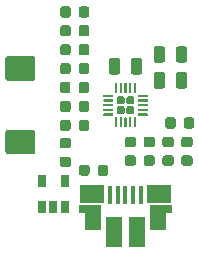
<source format=gbr>
G04 #@! TF.GenerationSoftware,KiCad,Pcbnew,(5.1.5-0)*
G04 #@! TF.CreationDate,2020-02-20T09:13:15+02:00*
G04 #@! TF.ProjectId,slice-harvester,736c6963-652d-4686-9172-766573746572,0.9*
G04 #@! TF.SameCoordinates,PX8f0d180PY5f5e100*
G04 #@! TF.FileFunction,Paste,Top*
G04 #@! TF.FilePolarity,Positive*
%FSLAX46Y46*%
G04 Gerber Fmt 4.6, Leading zero omitted, Abs format (unit mm)*
G04 Created by KiCad (PCBNEW (5.1.5-0)) date 2020-02-20 09:13:15*
%MOMM*%
%LPD*%
G04 APERTURE LIST*
%ADD10C,0.100000*%
%ADD11R,0.650000X1.060000*%
%ADD12R,1.350000X2.000000*%
%ADD13R,1.825000X0.700000*%
%ADD14R,2.000000X1.500000*%
%ADD15R,0.400000X1.650000*%
%ADD16R,1.430000X2.500000*%
G04 APERTURE END LIST*
D10*
G36*
X-226082Y744193D02*
G01*
X-209822Y741782D01*
X-193877Y737788D01*
X-178401Y732250D01*
X-163541Y725222D01*
X-149442Y716771D01*
X-136239Y706979D01*
X-124060Y695940D01*
X-113021Y683761D01*
X-103229Y670558D01*
X-94778Y656459D01*
X-87750Y641599D01*
X-82212Y626123D01*
X-78218Y610178D01*
X-75807Y593918D01*
X-75000Y577500D01*
X-75000Y242500D01*
X-75807Y226082D01*
X-78218Y209822D01*
X-82212Y193877D01*
X-87750Y178401D01*
X-94778Y163541D01*
X-103229Y149442D01*
X-113021Y136239D01*
X-124060Y124060D01*
X-136239Y113021D01*
X-149442Y103229D01*
X-163541Y94778D01*
X-178401Y87750D01*
X-193877Y82212D01*
X-209822Y78218D01*
X-226082Y75807D01*
X-242500Y75000D01*
X-577500Y75000D01*
X-593918Y75807D01*
X-610178Y78218D01*
X-626123Y82212D01*
X-641599Y87750D01*
X-656459Y94778D01*
X-670558Y103229D01*
X-683761Y113021D01*
X-695940Y124060D01*
X-706979Y136239D01*
X-716771Y149442D01*
X-725222Y163541D01*
X-732250Y178401D01*
X-737788Y193877D01*
X-741782Y209822D01*
X-744193Y226082D01*
X-745000Y242500D01*
X-745000Y577500D01*
X-744193Y593918D01*
X-741782Y610178D01*
X-737788Y626123D01*
X-732250Y641599D01*
X-725222Y656459D01*
X-716771Y670558D01*
X-706979Y683761D01*
X-695940Y695940D01*
X-683761Y706979D01*
X-670558Y716771D01*
X-656459Y725222D01*
X-641599Y732250D01*
X-626123Y737788D01*
X-610178Y741782D01*
X-593918Y744193D01*
X-577500Y745000D01*
X-242500Y745000D01*
X-226082Y744193D01*
G37*
G36*
X-226082Y-75807D02*
G01*
X-209822Y-78218D01*
X-193877Y-82212D01*
X-178401Y-87750D01*
X-163541Y-94778D01*
X-149442Y-103229D01*
X-136239Y-113021D01*
X-124060Y-124060D01*
X-113021Y-136239D01*
X-103229Y-149442D01*
X-94778Y-163541D01*
X-87750Y-178401D01*
X-82212Y-193877D01*
X-78218Y-209822D01*
X-75807Y-226082D01*
X-75000Y-242500D01*
X-75000Y-577500D01*
X-75807Y-593918D01*
X-78218Y-610178D01*
X-82212Y-626123D01*
X-87750Y-641599D01*
X-94778Y-656459D01*
X-103229Y-670558D01*
X-113021Y-683761D01*
X-124060Y-695940D01*
X-136239Y-706979D01*
X-149442Y-716771D01*
X-163541Y-725222D01*
X-178401Y-732250D01*
X-193877Y-737788D01*
X-209822Y-741782D01*
X-226082Y-744193D01*
X-242500Y-745000D01*
X-577500Y-745000D01*
X-593918Y-744193D01*
X-610178Y-741782D01*
X-626123Y-737788D01*
X-641599Y-732250D01*
X-656459Y-725222D01*
X-670558Y-716771D01*
X-683761Y-706979D01*
X-695940Y-695940D01*
X-706979Y-683761D01*
X-716771Y-670558D01*
X-725222Y-656459D01*
X-732250Y-641599D01*
X-737788Y-626123D01*
X-741782Y-610178D01*
X-744193Y-593918D01*
X-745000Y-577500D01*
X-745000Y-242500D01*
X-744193Y-226082D01*
X-741782Y-209822D01*
X-737788Y-193877D01*
X-732250Y-178401D01*
X-725222Y-163541D01*
X-716771Y-149442D01*
X-706979Y-136239D01*
X-695940Y-124060D01*
X-683761Y-113021D01*
X-670558Y-103229D01*
X-656459Y-94778D01*
X-641599Y-87750D01*
X-626123Y-82212D01*
X-610178Y-78218D01*
X-593918Y-75807D01*
X-577500Y-75000D01*
X-242500Y-75000D01*
X-226082Y-75807D01*
G37*
G36*
X593918Y744193D02*
G01*
X610178Y741782D01*
X626123Y737788D01*
X641599Y732250D01*
X656459Y725222D01*
X670558Y716771D01*
X683761Y706979D01*
X695940Y695940D01*
X706979Y683761D01*
X716771Y670558D01*
X725222Y656459D01*
X732250Y641599D01*
X737788Y626123D01*
X741782Y610178D01*
X744193Y593918D01*
X745000Y577500D01*
X745000Y242500D01*
X744193Y226082D01*
X741782Y209822D01*
X737788Y193877D01*
X732250Y178401D01*
X725222Y163541D01*
X716771Y149442D01*
X706979Y136239D01*
X695940Y124060D01*
X683761Y113021D01*
X670558Y103229D01*
X656459Y94778D01*
X641599Y87750D01*
X626123Y82212D01*
X610178Y78218D01*
X593918Y75807D01*
X577500Y75000D01*
X242500Y75000D01*
X226082Y75807D01*
X209822Y78218D01*
X193877Y82212D01*
X178401Y87750D01*
X163541Y94778D01*
X149442Y103229D01*
X136239Y113021D01*
X124060Y124060D01*
X113021Y136239D01*
X103229Y149442D01*
X94778Y163541D01*
X87750Y178401D01*
X82212Y193877D01*
X78218Y209822D01*
X75807Y226082D01*
X75000Y242500D01*
X75000Y577500D01*
X75807Y593918D01*
X78218Y610178D01*
X82212Y626123D01*
X87750Y641599D01*
X94778Y656459D01*
X103229Y670558D01*
X113021Y683761D01*
X124060Y695940D01*
X136239Y706979D01*
X149442Y716771D01*
X163541Y725222D01*
X178401Y732250D01*
X193877Y737788D01*
X209822Y741782D01*
X226082Y744193D01*
X242500Y745000D01*
X577500Y745000D01*
X593918Y744193D01*
G37*
G36*
X593918Y-75807D02*
G01*
X610178Y-78218D01*
X626123Y-82212D01*
X641599Y-87750D01*
X656459Y-94778D01*
X670558Y-103229D01*
X683761Y-113021D01*
X695940Y-124060D01*
X706979Y-136239D01*
X716771Y-149442D01*
X725222Y-163541D01*
X732250Y-178401D01*
X737788Y-193877D01*
X741782Y-209822D01*
X744193Y-226082D01*
X745000Y-242500D01*
X745000Y-577500D01*
X744193Y-593918D01*
X741782Y-610178D01*
X737788Y-626123D01*
X732250Y-641599D01*
X725222Y-656459D01*
X716771Y-670558D01*
X706979Y-683761D01*
X695940Y-695940D01*
X683761Y-706979D01*
X670558Y-716771D01*
X656459Y-725222D01*
X641599Y-732250D01*
X626123Y-737788D01*
X610178Y-741782D01*
X593918Y-744193D01*
X577500Y-745000D01*
X242500Y-745000D01*
X226082Y-744193D01*
X209822Y-741782D01*
X193877Y-737788D01*
X178401Y-732250D01*
X163541Y-725222D01*
X149442Y-716771D01*
X136239Y-706979D01*
X124060Y-695940D01*
X113021Y-683761D01*
X103229Y-670558D01*
X94778Y-656459D01*
X87750Y-641599D01*
X82212Y-626123D01*
X78218Y-610178D01*
X75807Y-593918D01*
X75000Y-577500D01*
X75000Y-242500D01*
X75807Y-226082D01*
X78218Y-209822D01*
X82212Y-193877D01*
X87750Y-178401D01*
X94778Y-163541D01*
X103229Y-149442D01*
X113021Y-136239D01*
X124060Y-124060D01*
X136239Y-113021D01*
X149442Y-103229D01*
X163541Y-94778D01*
X178401Y-87750D01*
X193877Y-82212D01*
X209822Y-78218D01*
X226082Y-75807D01*
X242500Y-75000D01*
X577500Y-75000D01*
X593918Y-75807D01*
G37*
G36*
X-1070099Y899759D02*
G01*
X-1065245Y899039D01*
X-1060486Y897847D01*
X-1055866Y896194D01*
X-1051430Y894096D01*
X-1047221Y891573D01*
X-1043280Y888651D01*
X-1039645Y885355D01*
X-1036349Y881720D01*
X-1033427Y877779D01*
X-1030904Y873570D01*
X-1028806Y869134D01*
X-1027153Y864514D01*
X-1025961Y859755D01*
X-1025241Y854901D01*
X-1025000Y850000D01*
X-1025000Y750000D01*
X-1025241Y745099D01*
X-1025961Y740245D01*
X-1027153Y735486D01*
X-1028806Y730866D01*
X-1030904Y726430D01*
X-1033427Y722221D01*
X-1036349Y718280D01*
X-1039645Y714645D01*
X-1043280Y711349D01*
X-1047221Y708427D01*
X-1051430Y705904D01*
X-1055866Y703806D01*
X-1060486Y702153D01*
X-1065245Y700961D01*
X-1070099Y700241D01*
X-1075000Y700000D01*
X-1825000Y700000D01*
X-1829901Y700241D01*
X-1834755Y700961D01*
X-1839514Y702153D01*
X-1844134Y703806D01*
X-1848570Y705904D01*
X-1852779Y708427D01*
X-1856720Y711349D01*
X-1860355Y714645D01*
X-1863651Y718280D01*
X-1866573Y722221D01*
X-1869096Y726430D01*
X-1871194Y730866D01*
X-1872847Y735486D01*
X-1874039Y740245D01*
X-1874759Y745099D01*
X-1875000Y750000D01*
X-1875000Y850000D01*
X-1874759Y854901D01*
X-1874039Y859755D01*
X-1872847Y864514D01*
X-1871194Y869134D01*
X-1869096Y873570D01*
X-1866573Y877779D01*
X-1863651Y881720D01*
X-1860355Y885355D01*
X-1856720Y888651D01*
X-1852779Y891573D01*
X-1848570Y894096D01*
X-1844134Y896194D01*
X-1839514Y897847D01*
X-1834755Y899039D01*
X-1829901Y899759D01*
X-1825000Y900000D01*
X-1075000Y900000D01*
X-1070099Y899759D01*
G37*
G36*
X-1070099Y499759D02*
G01*
X-1065245Y499039D01*
X-1060486Y497847D01*
X-1055866Y496194D01*
X-1051430Y494096D01*
X-1047221Y491573D01*
X-1043280Y488651D01*
X-1039645Y485355D01*
X-1036349Y481720D01*
X-1033427Y477779D01*
X-1030904Y473570D01*
X-1028806Y469134D01*
X-1027153Y464514D01*
X-1025961Y459755D01*
X-1025241Y454901D01*
X-1025000Y450000D01*
X-1025000Y350000D01*
X-1025241Y345099D01*
X-1025961Y340245D01*
X-1027153Y335486D01*
X-1028806Y330866D01*
X-1030904Y326430D01*
X-1033427Y322221D01*
X-1036349Y318280D01*
X-1039645Y314645D01*
X-1043280Y311349D01*
X-1047221Y308427D01*
X-1051430Y305904D01*
X-1055866Y303806D01*
X-1060486Y302153D01*
X-1065245Y300961D01*
X-1070099Y300241D01*
X-1075000Y300000D01*
X-1825000Y300000D01*
X-1829901Y300241D01*
X-1834755Y300961D01*
X-1839514Y302153D01*
X-1844134Y303806D01*
X-1848570Y305904D01*
X-1852779Y308427D01*
X-1856720Y311349D01*
X-1860355Y314645D01*
X-1863651Y318280D01*
X-1866573Y322221D01*
X-1869096Y326430D01*
X-1871194Y330866D01*
X-1872847Y335486D01*
X-1874039Y340245D01*
X-1874759Y345099D01*
X-1875000Y350000D01*
X-1875000Y450000D01*
X-1874759Y454901D01*
X-1874039Y459755D01*
X-1872847Y464514D01*
X-1871194Y469134D01*
X-1869096Y473570D01*
X-1866573Y477779D01*
X-1863651Y481720D01*
X-1860355Y485355D01*
X-1856720Y488651D01*
X-1852779Y491573D01*
X-1848570Y494096D01*
X-1844134Y496194D01*
X-1839514Y497847D01*
X-1834755Y499039D01*
X-1829901Y499759D01*
X-1825000Y500000D01*
X-1075000Y500000D01*
X-1070099Y499759D01*
G37*
G36*
X-1070099Y99759D02*
G01*
X-1065245Y99039D01*
X-1060486Y97847D01*
X-1055866Y96194D01*
X-1051430Y94096D01*
X-1047221Y91573D01*
X-1043280Y88651D01*
X-1039645Y85355D01*
X-1036349Y81720D01*
X-1033427Y77779D01*
X-1030904Y73570D01*
X-1028806Y69134D01*
X-1027153Y64514D01*
X-1025961Y59755D01*
X-1025241Y54901D01*
X-1025000Y50000D01*
X-1025000Y-50000D01*
X-1025241Y-54901D01*
X-1025961Y-59755D01*
X-1027153Y-64514D01*
X-1028806Y-69134D01*
X-1030904Y-73570D01*
X-1033427Y-77779D01*
X-1036349Y-81720D01*
X-1039645Y-85355D01*
X-1043280Y-88651D01*
X-1047221Y-91573D01*
X-1051430Y-94096D01*
X-1055866Y-96194D01*
X-1060486Y-97847D01*
X-1065245Y-99039D01*
X-1070099Y-99759D01*
X-1075000Y-100000D01*
X-1825000Y-100000D01*
X-1829901Y-99759D01*
X-1834755Y-99039D01*
X-1839514Y-97847D01*
X-1844134Y-96194D01*
X-1848570Y-94096D01*
X-1852779Y-91573D01*
X-1856720Y-88651D01*
X-1860355Y-85355D01*
X-1863651Y-81720D01*
X-1866573Y-77779D01*
X-1869096Y-73570D01*
X-1871194Y-69134D01*
X-1872847Y-64514D01*
X-1874039Y-59755D01*
X-1874759Y-54901D01*
X-1875000Y-50000D01*
X-1875000Y50000D01*
X-1874759Y54901D01*
X-1874039Y59755D01*
X-1872847Y64514D01*
X-1871194Y69134D01*
X-1869096Y73570D01*
X-1866573Y77779D01*
X-1863651Y81720D01*
X-1860355Y85355D01*
X-1856720Y88651D01*
X-1852779Y91573D01*
X-1848570Y94096D01*
X-1844134Y96194D01*
X-1839514Y97847D01*
X-1834755Y99039D01*
X-1829901Y99759D01*
X-1825000Y100000D01*
X-1075000Y100000D01*
X-1070099Y99759D01*
G37*
G36*
X-1070099Y-300241D02*
G01*
X-1065245Y-300961D01*
X-1060486Y-302153D01*
X-1055866Y-303806D01*
X-1051430Y-305904D01*
X-1047221Y-308427D01*
X-1043280Y-311349D01*
X-1039645Y-314645D01*
X-1036349Y-318280D01*
X-1033427Y-322221D01*
X-1030904Y-326430D01*
X-1028806Y-330866D01*
X-1027153Y-335486D01*
X-1025961Y-340245D01*
X-1025241Y-345099D01*
X-1025000Y-350000D01*
X-1025000Y-450000D01*
X-1025241Y-454901D01*
X-1025961Y-459755D01*
X-1027153Y-464514D01*
X-1028806Y-469134D01*
X-1030904Y-473570D01*
X-1033427Y-477779D01*
X-1036349Y-481720D01*
X-1039645Y-485355D01*
X-1043280Y-488651D01*
X-1047221Y-491573D01*
X-1051430Y-494096D01*
X-1055866Y-496194D01*
X-1060486Y-497847D01*
X-1065245Y-499039D01*
X-1070099Y-499759D01*
X-1075000Y-500000D01*
X-1825000Y-500000D01*
X-1829901Y-499759D01*
X-1834755Y-499039D01*
X-1839514Y-497847D01*
X-1844134Y-496194D01*
X-1848570Y-494096D01*
X-1852779Y-491573D01*
X-1856720Y-488651D01*
X-1860355Y-485355D01*
X-1863651Y-481720D01*
X-1866573Y-477779D01*
X-1869096Y-473570D01*
X-1871194Y-469134D01*
X-1872847Y-464514D01*
X-1874039Y-459755D01*
X-1874759Y-454901D01*
X-1875000Y-450000D01*
X-1875000Y-350000D01*
X-1874759Y-345099D01*
X-1874039Y-340245D01*
X-1872847Y-335486D01*
X-1871194Y-330866D01*
X-1869096Y-326430D01*
X-1866573Y-322221D01*
X-1863651Y-318280D01*
X-1860355Y-314645D01*
X-1856720Y-311349D01*
X-1852779Y-308427D01*
X-1848570Y-305904D01*
X-1844134Y-303806D01*
X-1839514Y-302153D01*
X-1834755Y-300961D01*
X-1829901Y-300241D01*
X-1825000Y-300000D01*
X-1075000Y-300000D01*
X-1070099Y-300241D01*
G37*
G36*
X-1070099Y-700241D02*
G01*
X-1065245Y-700961D01*
X-1060486Y-702153D01*
X-1055866Y-703806D01*
X-1051430Y-705904D01*
X-1047221Y-708427D01*
X-1043280Y-711349D01*
X-1039645Y-714645D01*
X-1036349Y-718280D01*
X-1033427Y-722221D01*
X-1030904Y-726430D01*
X-1028806Y-730866D01*
X-1027153Y-735486D01*
X-1025961Y-740245D01*
X-1025241Y-745099D01*
X-1025000Y-750000D01*
X-1025000Y-850000D01*
X-1025241Y-854901D01*
X-1025961Y-859755D01*
X-1027153Y-864514D01*
X-1028806Y-869134D01*
X-1030904Y-873570D01*
X-1033427Y-877779D01*
X-1036349Y-881720D01*
X-1039645Y-885355D01*
X-1043280Y-888651D01*
X-1047221Y-891573D01*
X-1051430Y-894096D01*
X-1055866Y-896194D01*
X-1060486Y-897847D01*
X-1065245Y-899039D01*
X-1070099Y-899759D01*
X-1075000Y-900000D01*
X-1825000Y-900000D01*
X-1829901Y-899759D01*
X-1834755Y-899039D01*
X-1839514Y-897847D01*
X-1844134Y-896194D01*
X-1848570Y-894096D01*
X-1852779Y-891573D01*
X-1856720Y-888651D01*
X-1860355Y-885355D01*
X-1863651Y-881720D01*
X-1866573Y-877779D01*
X-1869096Y-873570D01*
X-1871194Y-869134D01*
X-1872847Y-864514D01*
X-1874039Y-859755D01*
X-1874759Y-854901D01*
X-1875000Y-850000D01*
X-1875000Y-750000D01*
X-1874759Y-745099D01*
X-1874039Y-740245D01*
X-1872847Y-735486D01*
X-1871194Y-730866D01*
X-1869096Y-726430D01*
X-1866573Y-722221D01*
X-1863651Y-718280D01*
X-1860355Y-714645D01*
X-1856720Y-711349D01*
X-1852779Y-708427D01*
X-1848570Y-705904D01*
X-1844134Y-703806D01*
X-1839514Y-702153D01*
X-1834755Y-700961D01*
X-1829901Y-700241D01*
X-1825000Y-700000D01*
X-1075000Y-700000D01*
X-1070099Y-700241D01*
G37*
G36*
X-745099Y-1025241D02*
G01*
X-740245Y-1025961D01*
X-735486Y-1027153D01*
X-730866Y-1028806D01*
X-726430Y-1030904D01*
X-722221Y-1033427D01*
X-718280Y-1036349D01*
X-714645Y-1039645D01*
X-711349Y-1043280D01*
X-708427Y-1047221D01*
X-705904Y-1051430D01*
X-703806Y-1055866D01*
X-702153Y-1060486D01*
X-700961Y-1065245D01*
X-700241Y-1070099D01*
X-700000Y-1075000D01*
X-700000Y-1825000D01*
X-700241Y-1829901D01*
X-700961Y-1834755D01*
X-702153Y-1839514D01*
X-703806Y-1844134D01*
X-705904Y-1848570D01*
X-708427Y-1852779D01*
X-711349Y-1856720D01*
X-714645Y-1860355D01*
X-718280Y-1863651D01*
X-722221Y-1866573D01*
X-726430Y-1869096D01*
X-730866Y-1871194D01*
X-735486Y-1872847D01*
X-740245Y-1874039D01*
X-745099Y-1874759D01*
X-750000Y-1875000D01*
X-850000Y-1875000D01*
X-854901Y-1874759D01*
X-859755Y-1874039D01*
X-864514Y-1872847D01*
X-869134Y-1871194D01*
X-873570Y-1869096D01*
X-877779Y-1866573D01*
X-881720Y-1863651D01*
X-885355Y-1860355D01*
X-888651Y-1856720D01*
X-891573Y-1852779D01*
X-894096Y-1848570D01*
X-896194Y-1844134D01*
X-897847Y-1839514D01*
X-899039Y-1834755D01*
X-899759Y-1829901D01*
X-900000Y-1825000D01*
X-900000Y-1075000D01*
X-899759Y-1070099D01*
X-899039Y-1065245D01*
X-897847Y-1060486D01*
X-896194Y-1055866D01*
X-894096Y-1051430D01*
X-891573Y-1047221D01*
X-888651Y-1043280D01*
X-885355Y-1039645D01*
X-881720Y-1036349D01*
X-877779Y-1033427D01*
X-873570Y-1030904D01*
X-869134Y-1028806D01*
X-864514Y-1027153D01*
X-859755Y-1025961D01*
X-854901Y-1025241D01*
X-850000Y-1025000D01*
X-750000Y-1025000D01*
X-745099Y-1025241D01*
G37*
G36*
X-345099Y-1025241D02*
G01*
X-340245Y-1025961D01*
X-335486Y-1027153D01*
X-330866Y-1028806D01*
X-326430Y-1030904D01*
X-322221Y-1033427D01*
X-318280Y-1036349D01*
X-314645Y-1039645D01*
X-311349Y-1043280D01*
X-308427Y-1047221D01*
X-305904Y-1051430D01*
X-303806Y-1055866D01*
X-302153Y-1060486D01*
X-300961Y-1065245D01*
X-300241Y-1070099D01*
X-300000Y-1075000D01*
X-300000Y-1825000D01*
X-300241Y-1829901D01*
X-300961Y-1834755D01*
X-302153Y-1839514D01*
X-303806Y-1844134D01*
X-305904Y-1848570D01*
X-308427Y-1852779D01*
X-311349Y-1856720D01*
X-314645Y-1860355D01*
X-318280Y-1863651D01*
X-322221Y-1866573D01*
X-326430Y-1869096D01*
X-330866Y-1871194D01*
X-335486Y-1872847D01*
X-340245Y-1874039D01*
X-345099Y-1874759D01*
X-350000Y-1875000D01*
X-450000Y-1875000D01*
X-454901Y-1874759D01*
X-459755Y-1874039D01*
X-464514Y-1872847D01*
X-469134Y-1871194D01*
X-473570Y-1869096D01*
X-477779Y-1866573D01*
X-481720Y-1863651D01*
X-485355Y-1860355D01*
X-488651Y-1856720D01*
X-491573Y-1852779D01*
X-494096Y-1848570D01*
X-496194Y-1844134D01*
X-497847Y-1839514D01*
X-499039Y-1834755D01*
X-499759Y-1829901D01*
X-500000Y-1825000D01*
X-500000Y-1075000D01*
X-499759Y-1070099D01*
X-499039Y-1065245D01*
X-497847Y-1060486D01*
X-496194Y-1055866D01*
X-494096Y-1051430D01*
X-491573Y-1047221D01*
X-488651Y-1043280D01*
X-485355Y-1039645D01*
X-481720Y-1036349D01*
X-477779Y-1033427D01*
X-473570Y-1030904D01*
X-469134Y-1028806D01*
X-464514Y-1027153D01*
X-459755Y-1025961D01*
X-454901Y-1025241D01*
X-450000Y-1025000D01*
X-350000Y-1025000D01*
X-345099Y-1025241D01*
G37*
G36*
X54901Y-1025241D02*
G01*
X59755Y-1025961D01*
X64514Y-1027153D01*
X69134Y-1028806D01*
X73570Y-1030904D01*
X77779Y-1033427D01*
X81720Y-1036349D01*
X85355Y-1039645D01*
X88651Y-1043280D01*
X91573Y-1047221D01*
X94096Y-1051430D01*
X96194Y-1055866D01*
X97847Y-1060486D01*
X99039Y-1065245D01*
X99759Y-1070099D01*
X100000Y-1075000D01*
X100000Y-1825000D01*
X99759Y-1829901D01*
X99039Y-1834755D01*
X97847Y-1839514D01*
X96194Y-1844134D01*
X94096Y-1848570D01*
X91573Y-1852779D01*
X88651Y-1856720D01*
X85355Y-1860355D01*
X81720Y-1863651D01*
X77779Y-1866573D01*
X73570Y-1869096D01*
X69134Y-1871194D01*
X64514Y-1872847D01*
X59755Y-1874039D01*
X54901Y-1874759D01*
X50000Y-1875000D01*
X-50000Y-1875000D01*
X-54901Y-1874759D01*
X-59755Y-1874039D01*
X-64514Y-1872847D01*
X-69134Y-1871194D01*
X-73570Y-1869096D01*
X-77779Y-1866573D01*
X-81720Y-1863651D01*
X-85355Y-1860355D01*
X-88651Y-1856720D01*
X-91573Y-1852779D01*
X-94096Y-1848570D01*
X-96194Y-1844134D01*
X-97847Y-1839514D01*
X-99039Y-1834755D01*
X-99759Y-1829901D01*
X-100000Y-1825000D01*
X-100000Y-1075000D01*
X-99759Y-1070099D01*
X-99039Y-1065245D01*
X-97847Y-1060486D01*
X-96194Y-1055866D01*
X-94096Y-1051430D01*
X-91573Y-1047221D01*
X-88651Y-1043280D01*
X-85355Y-1039645D01*
X-81720Y-1036349D01*
X-77779Y-1033427D01*
X-73570Y-1030904D01*
X-69134Y-1028806D01*
X-64514Y-1027153D01*
X-59755Y-1025961D01*
X-54901Y-1025241D01*
X-50000Y-1025000D01*
X50000Y-1025000D01*
X54901Y-1025241D01*
G37*
G36*
X454901Y-1025241D02*
G01*
X459755Y-1025961D01*
X464514Y-1027153D01*
X469134Y-1028806D01*
X473570Y-1030904D01*
X477779Y-1033427D01*
X481720Y-1036349D01*
X485355Y-1039645D01*
X488651Y-1043280D01*
X491573Y-1047221D01*
X494096Y-1051430D01*
X496194Y-1055866D01*
X497847Y-1060486D01*
X499039Y-1065245D01*
X499759Y-1070099D01*
X500000Y-1075000D01*
X500000Y-1825000D01*
X499759Y-1829901D01*
X499039Y-1834755D01*
X497847Y-1839514D01*
X496194Y-1844134D01*
X494096Y-1848570D01*
X491573Y-1852779D01*
X488651Y-1856720D01*
X485355Y-1860355D01*
X481720Y-1863651D01*
X477779Y-1866573D01*
X473570Y-1869096D01*
X469134Y-1871194D01*
X464514Y-1872847D01*
X459755Y-1874039D01*
X454901Y-1874759D01*
X450000Y-1875000D01*
X350000Y-1875000D01*
X345099Y-1874759D01*
X340245Y-1874039D01*
X335486Y-1872847D01*
X330866Y-1871194D01*
X326430Y-1869096D01*
X322221Y-1866573D01*
X318280Y-1863651D01*
X314645Y-1860355D01*
X311349Y-1856720D01*
X308427Y-1852779D01*
X305904Y-1848570D01*
X303806Y-1844134D01*
X302153Y-1839514D01*
X300961Y-1834755D01*
X300241Y-1829901D01*
X300000Y-1825000D01*
X300000Y-1075000D01*
X300241Y-1070099D01*
X300961Y-1065245D01*
X302153Y-1060486D01*
X303806Y-1055866D01*
X305904Y-1051430D01*
X308427Y-1047221D01*
X311349Y-1043280D01*
X314645Y-1039645D01*
X318280Y-1036349D01*
X322221Y-1033427D01*
X326430Y-1030904D01*
X330866Y-1028806D01*
X335486Y-1027153D01*
X340245Y-1025961D01*
X345099Y-1025241D01*
X350000Y-1025000D01*
X450000Y-1025000D01*
X454901Y-1025241D01*
G37*
G36*
X854901Y-1025241D02*
G01*
X859755Y-1025961D01*
X864514Y-1027153D01*
X869134Y-1028806D01*
X873570Y-1030904D01*
X877779Y-1033427D01*
X881720Y-1036349D01*
X885355Y-1039645D01*
X888651Y-1043280D01*
X891573Y-1047221D01*
X894096Y-1051430D01*
X896194Y-1055866D01*
X897847Y-1060486D01*
X899039Y-1065245D01*
X899759Y-1070099D01*
X900000Y-1075000D01*
X900000Y-1825000D01*
X899759Y-1829901D01*
X899039Y-1834755D01*
X897847Y-1839514D01*
X896194Y-1844134D01*
X894096Y-1848570D01*
X891573Y-1852779D01*
X888651Y-1856720D01*
X885355Y-1860355D01*
X881720Y-1863651D01*
X877779Y-1866573D01*
X873570Y-1869096D01*
X869134Y-1871194D01*
X864514Y-1872847D01*
X859755Y-1874039D01*
X854901Y-1874759D01*
X850000Y-1875000D01*
X750000Y-1875000D01*
X745099Y-1874759D01*
X740245Y-1874039D01*
X735486Y-1872847D01*
X730866Y-1871194D01*
X726430Y-1869096D01*
X722221Y-1866573D01*
X718280Y-1863651D01*
X714645Y-1860355D01*
X711349Y-1856720D01*
X708427Y-1852779D01*
X705904Y-1848570D01*
X703806Y-1844134D01*
X702153Y-1839514D01*
X700961Y-1834755D01*
X700241Y-1829901D01*
X700000Y-1825000D01*
X700000Y-1075000D01*
X700241Y-1070099D01*
X700961Y-1065245D01*
X702153Y-1060486D01*
X703806Y-1055866D01*
X705904Y-1051430D01*
X708427Y-1047221D01*
X711349Y-1043280D01*
X714645Y-1039645D01*
X718280Y-1036349D01*
X722221Y-1033427D01*
X726430Y-1030904D01*
X730866Y-1028806D01*
X735486Y-1027153D01*
X740245Y-1025961D01*
X745099Y-1025241D01*
X750000Y-1025000D01*
X850000Y-1025000D01*
X854901Y-1025241D01*
G37*
G36*
X1829901Y-700241D02*
G01*
X1834755Y-700961D01*
X1839514Y-702153D01*
X1844134Y-703806D01*
X1848570Y-705904D01*
X1852779Y-708427D01*
X1856720Y-711349D01*
X1860355Y-714645D01*
X1863651Y-718280D01*
X1866573Y-722221D01*
X1869096Y-726430D01*
X1871194Y-730866D01*
X1872847Y-735486D01*
X1874039Y-740245D01*
X1874759Y-745099D01*
X1875000Y-750000D01*
X1875000Y-850000D01*
X1874759Y-854901D01*
X1874039Y-859755D01*
X1872847Y-864514D01*
X1871194Y-869134D01*
X1869096Y-873570D01*
X1866573Y-877779D01*
X1863651Y-881720D01*
X1860355Y-885355D01*
X1856720Y-888651D01*
X1852779Y-891573D01*
X1848570Y-894096D01*
X1844134Y-896194D01*
X1839514Y-897847D01*
X1834755Y-899039D01*
X1829901Y-899759D01*
X1825000Y-900000D01*
X1075000Y-900000D01*
X1070099Y-899759D01*
X1065245Y-899039D01*
X1060486Y-897847D01*
X1055866Y-896194D01*
X1051430Y-894096D01*
X1047221Y-891573D01*
X1043280Y-888651D01*
X1039645Y-885355D01*
X1036349Y-881720D01*
X1033427Y-877779D01*
X1030904Y-873570D01*
X1028806Y-869134D01*
X1027153Y-864514D01*
X1025961Y-859755D01*
X1025241Y-854901D01*
X1025000Y-850000D01*
X1025000Y-750000D01*
X1025241Y-745099D01*
X1025961Y-740245D01*
X1027153Y-735486D01*
X1028806Y-730866D01*
X1030904Y-726430D01*
X1033427Y-722221D01*
X1036349Y-718280D01*
X1039645Y-714645D01*
X1043280Y-711349D01*
X1047221Y-708427D01*
X1051430Y-705904D01*
X1055866Y-703806D01*
X1060486Y-702153D01*
X1065245Y-700961D01*
X1070099Y-700241D01*
X1075000Y-700000D01*
X1825000Y-700000D01*
X1829901Y-700241D01*
G37*
G36*
X1829901Y-300241D02*
G01*
X1834755Y-300961D01*
X1839514Y-302153D01*
X1844134Y-303806D01*
X1848570Y-305904D01*
X1852779Y-308427D01*
X1856720Y-311349D01*
X1860355Y-314645D01*
X1863651Y-318280D01*
X1866573Y-322221D01*
X1869096Y-326430D01*
X1871194Y-330866D01*
X1872847Y-335486D01*
X1874039Y-340245D01*
X1874759Y-345099D01*
X1875000Y-350000D01*
X1875000Y-450000D01*
X1874759Y-454901D01*
X1874039Y-459755D01*
X1872847Y-464514D01*
X1871194Y-469134D01*
X1869096Y-473570D01*
X1866573Y-477779D01*
X1863651Y-481720D01*
X1860355Y-485355D01*
X1856720Y-488651D01*
X1852779Y-491573D01*
X1848570Y-494096D01*
X1844134Y-496194D01*
X1839514Y-497847D01*
X1834755Y-499039D01*
X1829901Y-499759D01*
X1825000Y-500000D01*
X1075000Y-500000D01*
X1070099Y-499759D01*
X1065245Y-499039D01*
X1060486Y-497847D01*
X1055866Y-496194D01*
X1051430Y-494096D01*
X1047221Y-491573D01*
X1043280Y-488651D01*
X1039645Y-485355D01*
X1036349Y-481720D01*
X1033427Y-477779D01*
X1030904Y-473570D01*
X1028806Y-469134D01*
X1027153Y-464514D01*
X1025961Y-459755D01*
X1025241Y-454901D01*
X1025000Y-450000D01*
X1025000Y-350000D01*
X1025241Y-345099D01*
X1025961Y-340245D01*
X1027153Y-335486D01*
X1028806Y-330866D01*
X1030904Y-326430D01*
X1033427Y-322221D01*
X1036349Y-318280D01*
X1039645Y-314645D01*
X1043280Y-311349D01*
X1047221Y-308427D01*
X1051430Y-305904D01*
X1055866Y-303806D01*
X1060486Y-302153D01*
X1065245Y-300961D01*
X1070099Y-300241D01*
X1075000Y-300000D01*
X1825000Y-300000D01*
X1829901Y-300241D01*
G37*
G36*
X1829901Y99759D02*
G01*
X1834755Y99039D01*
X1839514Y97847D01*
X1844134Y96194D01*
X1848570Y94096D01*
X1852779Y91573D01*
X1856720Y88651D01*
X1860355Y85355D01*
X1863651Y81720D01*
X1866573Y77779D01*
X1869096Y73570D01*
X1871194Y69134D01*
X1872847Y64514D01*
X1874039Y59755D01*
X1874759Y54901D01*
X1875000Y50000D01*
X1875000Y-50000D01*
X1874759Y-54901D01*
X1874039Y-59755D01*
X1872847Y-64514D01*
X1871194Y-69134D01*
X1869096Y-73570D01*
X1866573Y-77779D01*
X1863651Y-81720D01*
X1860355Y-85355D01*
X1856720Y-88651D01*
X1852779Y-91573D01*
X1848570Y-94096D01*
X1844134Y-96194D01*
X1839514Y-97847D01*
X1834755Y-99039D01*
X1829901Y-99759D01*
X1825000Y-100000D01*
X1075000Y-100000D01*
X1070099Y-99759D01*
X1065245Y-99039D01*
X1060486Y-97847D01*
X1055866Y-96194D01*
X1051430Y-94096D01*
X1047221Y-91573D01*
X1043280Y-88651D01*
X1039645Y-85355D01*
X1036349Y-81720D01*
X1033427Y-77779D01*
X1030904Y-73570D01*
X1028806Y-69134D01*
X1027153Y-64514D01*
X1025961Y-59755D01*
X1025241Y-54901D01*
X1025000Y-50000D01*
X1025000Y50000D01*
X1025241Y54901D01*
X1025961Y59755D01*
X1027153Y64514D01*
X1028806Y69134D01*
X1030904Y73570D01*
X1033427Y77779D01*
X1036349Y81720D01*
X1039645Y85355D01*
X1043280Y88651D01*
X1047221Y91573D01*
X1051430Y94096D01*
X1055866Y96194D01*
X1060486Y97847D01*
X1065245Y99039D01*
X1070099Y99759D01*
X1075000Y100000D01*
X1825000Y100000D01*
X1829901Y99759D01*
G37*
G36*
X1829901Y499759D02*
G01*
X1834755Y499039D01*
X1839514Y497847D01*
X1844134Y496194D01*
X1848570Y494096D01*
X1852779Y491573D01*
X1856720Y488651D01*
X1860355Y485355D01*
X1863651Y481720D01*
X1866573Y477779D01*
X1869096Y473570D01*
X1871194Y469134D01*
X1872847Y464514D01*
X1874039Y459755D01*
X1874759Y454901D01*
X1875000Y450000D01*
X1875000Y350000D01*
X1874759Y345099D01*
X1874039Y340245D01*
X1872847Y335486D01*
X1871194Y330866D01*
X1869096Y326430D01*
X1866573Y322221D01*
X1863651Y318280D01*
X1860355Y314645D01*
X1856720Y311349D01*
X1852779Y308427D01*
X1848570Y305904D01*
X1844134Y303806D01*
X1839514Y302153D01*
X1834755Y300961D01*
X1829901Y300241D01*
X1825000Y300000D01*
X1075000Y300000D01*
X1070099Y300241D01*
X1065245Y300961D01*
X1060486Y302153D01*
X1055866Y303806D01*
X1051430Y305904D01*
X1047221Y308427D01*
X1043280Y311349D01*
X1039645Y314645D01*
X1036349Y318280D01*
X1033427Y322221D01*
X1030904Y326430D01*
X1028806Y330866D01*
X1027153Y335486D01*
X1025961Y340245D01*
X1025241Y345099D01*
X1025000Y350000D01*
X1025000Y450000D01*
X1025241Y454901D01*
X1025961Y459755D01*
X1027153Y464514D01*
X1028806Y469134D01*
X1030904Y473570D01*
X1033427Y477779D01*
X1036349Y481720D01*
X1039645Y485355D01*
X1043280Y488651D01*
X1047221Y491573D01*
X1051430Y494096D01*
X1055866Y496194D01*
X1060486Y497847D01*
X1065245Y499039D01*
X1070099Y499759D01*
X1075000Y500000D01*
X1825000Y500000D01*
X1829901Y499759D01*
G37*
G36*
X1829901Y899759D02*
G01*
X1834755Y899039D01*
X1839514Y897847D01*
X1844134Y896194D01*
X1848570Y894096D01*
X1852779Y891573D01*
X1856720Y888651D01*
X1860355Y885355D01*
X1863651Y881720D01*
X1866573Y877779D01*
X1869096Y873570D01*
X1871194Y869134D01*
X1872847Y864514D01*
X1874039Y859755D01*
X1874759Y854901D01*
X1875000Y850000D01*
X1875000Y750000D01*
X1874759Y745099D01*
X1874039Y740245D01*
X1872847Y735486D01*
X1871194Y730866D01*
X1869096Y726430D01*
X1866573Y722221D01*
X1863651Y718280D01*
X1860355Y714645D01*
X1856720Y711349D01*
X1852779Y708427D01*
X1848570Y705904D01*
X1844134Y703806D01*
X1839514Y702153D01*
X1834755Y700961D01*
X1829901Y700241D01*
X1825000Y700000D01*
X1075000Y700000D01*
X1070099Y700241D01*
X1065245Y700961D01*
X1060486Y702153D01*
X1055866Y703806D01*
X1051430Y705904D01*
X1047221Y708427D01*
X1043280Y711349D01*
X1039645Y714645D01*
X1036349Y718280D01*
X1033427Y722221D01*
X1030904Y726430D01*
X1028806Y730866D01*
X1027153Y735486D01*
X1025961Y740245D01*
X1025241Y745099D01*
X1025000Y750000D01*
X1025000Y850000D01*
X1025241Y854901D01*
X1025961Y859755D01*
X1027153Y864514D01*
X1028806Y869134D01*
X1030904Y873570D01*
X1033427Y877779D01*
X1036349Y881720D01*
X1039645Y885355D01*
X1043280Y888651D01*
X1047221Y891573D01*
X1051430Y894096D01*
X1055866Y896194D01*
X1060486Y897847D01*
X1065245Y899039D01*
X1070099Y899759D01*
X1075000Y900000D01*
X1825000Y900000D01*
X1829901Y899759D01*
G37*
G36*
X854901Y1874759D02*
G01*
X859755Y1874039D01*
X864514Y1872847D01*
X869134Y1871194D01*
X873570Y1869096D01*
X877779Y1866573D01*
X881720Y1863651D01*
X885355Y1860355D01*
X888651Y1856720D01*
X891573Y1852779D01*
X894096Y1848570D01*
X896194Y1844134D01*
X897847Y1839514D01*
X899039Y1834755D01*
X899759Y1829901D01*
X900000Y1825000D01*
X900000Y1075000D01*
X899759Y1070099D01*
X899039Y1065245D01*
X897847Y1060486D01*
X896194Y1055866D01*
X894096Y1051430D01*
X891573Y1047221D01*
X888651Y1043280D01*
X885355Y1039645D01*
X881720Y1036349D01*
X877779Y1033427D01*
X873570Y1030904D01*
X869134Y1028806D01*
X864514Y1027153D01*
X859755Y1025961D01*
X854901Y1025241D01*
X850000Y1025000D01*
X750000Y1025000D01*
X745099Y1025241D01*
X740245Y1025961D01*
X735486Y1027153D01*
X730866Y1028806D01*
X726430Y1030904D01*
X722221Y1033427D01*
X718280Y1036349D01*
X714645Y1039645D01*
X711349Y1043280D01*
X708427Y1047221D01*
X705904Y1051430D01*
X703806Y1055866D01*
X702153Y1060486D01*
X700961Y1065245D01*
X700241Y1070099D01*
X700000Y1075000D01*
X700000Y1825000D01*
X700241Y1829901D01*
X700961Y1834755D01*
X702153Y1839514D01*
X703806Y1844134D01*
X705904Y1848570D01*
X708427Y1852779D01*
X711349Y1856720D01*
X714645Y1860355D01*
X718280Y1863651D01*
X722221Y1866573D01*
X726430Y1869096D01*
X730866Y1871194D01*
X735486Y1872847D01*
X740245Y1874039D01*
X745099Y1874759D01*
X750000Y1875000D01*
X850000Y1875000D01*
X854901Y1874759D01*
G37*
G36*
X454901Y1874759D02*
G01*
X459755Y1874039D01*
X464514Y1872847D01*
X469134Y1871194D01*
X473570Y1869096D01*
X477779Y1866573D01*
X481720Y1863651D01*
X485355Y1860355D01*
X488651Y1856720D01*
X491573Y1852779D01*
X494096Y1848570D01*
X496194Y1844134D01*
X497847Y1839514D01*
X499039Y1834755D01*
X499759Y1829901D01*
X500000Y1825000D01*
X500000Y1075000D01*
X499759Y1070099D01*
X499039Y1065245D01*
X497847Y1060486D01*
X496194Y1055866D01*
X494096Y1051430D01*
X491573Y1047221D01*
X488651Y1043280D01*
X485355Y1039645D01*
X481720Y1036349D01*
X477779Y1033427D01*
X473570Y1030904D01*
X469134Y1028806D01*
X464514Y1027153D01*
X459755Y1025961D01*
X454901Y1025241D01*
X450000Y1025000D01*
X350000Y1025000D01*
X345099Y1025241D01*
X340245Y1025961D01*
X335486Y1027153D01*
X330866Y1028806D01*
X326430Y1030904D01*
X322221Y1033427D01*
X318280Y1036349D01*
X314645Y1039645D01*
X311349Y1043280D01*
X308427Y1047221D01*
X305904Y1051430D01*
X303806Y1055866D01*
X302153Y1060486D01*
X300961Y1065245D01*
X300241Y1070099D01*
X300000Y1075000D01*
X300000Y1825000D01*
X300241Y1829901D01*
X300961Y1834755D01*
X302153Y1839514D01*
X303806Y1844134D01*
X305904Y1848570D01*
X308427Y1852779D01*
X311349Y1856720D01*
X314645Y1860355D01*
X318280Y1863651D01*
X322221Y1866573D01*
X326430Y1869096D01*
X330866Y1871194D01*
X335486Y1872847D01*
X340245Y1874039D01*
X345099Y1874759D01*
X350000Y1875000D01*
X450000Y1875000D01*
X454901Y1874759D01*
G37*
G36*
X54901Y1874759D02*
G01*
X59755Y1874039D01*
X64514Y1872847D01*
X69134Y1871194D01*
X73570Y1869096D01*
X77779Y1866573D01*
X81720Y1863651D01*
X85355Y1860355D01*
X88651Y1856720D01*
X91573Y1852779D01*
X94096Y1848570D01*
X96194Y1844134D01*
X97847Y1839514D01*
X99039Y1834755D01*
X99759Y1829901D01*
X100000Y1825000D01*
X100000Y1075000D01*
X99759Y1070099D01*
X99039Y1065245D01*
X97847Y1060486D01*
X96194Y1055866D01*
X94096Y1051430D01*
X91573Y1047221D01*
X88651Y1043280D01*
X85355Y1039645D01*
X81720Y1036349D01*
X77779Y1033427D01*
X73570Y1030904D01*
X69134Y1028806D01*
X64514Y1027153D01*
X59755Y1025961D01*
X54901Y1025241D01*
X50000Y1025000D01*
X-50000Y1025000D01*
X-54901Y1025241D01*
X-59755Y1025961D01*
X-64514Y1027153D01*
X-69134Y1028806D01*
X-73570Y1030904D01*
X-77779Y1033427D01*
X-81720Y1036349D01*
X-85355Y1039645D01*
X-88651Y1043280D01*
X-91573Y1047221D01*
X-94096Y1051430D01*
X-96194Y1055866D01*
X-97847Y1060486D01*
X-99039Y1065245D01*
X-99759Y1070099D01*
X-100000Y1075000D01*
X-100000Y1825000D01*
X-99759Y1829901D01*
X-99039Y1834755D01*
X-97847Y1839514D01*
X-96194Y1844134D01*
X-94096Y1848570D01*
X-91573Y1852779D01*
X-88651Y1856720D01*
X-85355Y1860355D01*
X-81720Y1863651D01*
X-77779Y1866573D01*
X-73570Y1869096D01*
X-69134Y1871194D01*
X-64514Y1872847D01*
X-59755Y1874039D01*
X-54901Y1874759D01*
X-50000Y1875000D01*
X50000Y1875000D01*
X54901Y1874759D01*
G37*
G36*
X-345099Y1874759D02*
G01*
X-340245Y1874039D01*
X-335486Y1872847D01*
X-330866Y1871194D01*
X-326430Y1869096D01*
X-322221Y1866573D01*
X-318280Y1863651D01*
X-314645Y1860355D01*
X-311349Y1856720D01*
X-308427Y1852779D01*
X-305904Y1848570D01*
X-303806Y1844134D01*
X-302153Y1839514D01*
X-300961Y1834755D01*
X-300241Y1829901D01*
X-300000Y1825000D01*
X-300000Y1075000D01*
X-300241Y1070099D01*
X-300961Y1065245D01*
X-302153Y1060486D01*
X-303806Y1055866D01*
X-305904Y1051430D01*
X-308427Y1047221D01*
X-311349Y1043280D01*
X-314645Y1039645D01*
X-318280Y1036349D01*
X-322221Y1033427D01*
X-326430Y1030904D01*
X-330866Y1028806D01*
X-335486Y1027153D01*
X-340245Y1025961D01*
X-345099Y1025241D01*
X-350000Y1025000D01*
X-450000Y1025000D01*
X-454901Y1025241D01*
X-459755Y1025961D01*
X-464514Y1027153D01*
X-469134Y1028806D01*
X-473570Y1030904D01*
X-477779Y1033427D01*
X-481720Y1036349D01*
X-485355Y1039645D01*
X-488651Y1043280D01*
X-491573Y1047221D01*
X-494096Y1051430D01*
X-496194Y1055866D01*
X-497847Y1060486D01*
X-499039Y1065245D01*
X-499759Y1070099D01*
X-500000Y1075000D01*
X-500000Y1825000D01*
X-499759Y1829901D01*
X-499039Y1834755D01*
X-497847Y1839514D01*
X-496194Y1844134D01*
X-494096Y1848570D01*
X-491573Y1852779D01*
X-488651Y1856720D01*
X-485355Y1860355D01*
X-481720Y1863651D01*
X-477779Y1866573D01*
X-473570Y1869096D01*
X-469134Y1871194D01*
X-464514Y1872847D01*
X-459755Y1874039D01*
X-454901Y1874759D01*
X-450000Y1875000D01*
X-350000Y1875000D01*
X-345099Y1874759D01*
G37*
G36*
X-745099Y1874759D02*
G01*
X-740245Y1874039D01*
X-735486Y1872847D01*
X-730866Y1871194D01*
X-726430Y1869096D01*
X-722221Y1866573D01*
X-718280Y1863651D01*
X-714645Y1860355D01*
X-711349Y1856720D01*
X-708427Y1852779D01*
X-705904Y1848570D01*
X-703806Y1844134D01*
X-702153Y1839514D01*
X-700961Y1834755D01*
X-700241Y1829901D01*
X-700000Y1825000D01*
X-700000Y1075000D01*
X-700241Y1070099D01*
X-700961Y1065245D01*
X-702153Y1060486D01*
X-703806Y1055866D01*
X-705904Y1051430D01*
X-708427Y1047221D01*
X-711349Y1043280D01*
X-714645Y1039645D01*
X-718280Y1036349D01*
X-722221Y1033427D01*
X-726430Y1030904D01*
X-730866Y1028806D01*
X-735486Y1027153D01*
X-740245Y1025961D01*
X-745099Y1025241D01*
X-750000Y1025000D01*
X-850000Y1025000D01*
X-854901Y1025241D01*
X-859755Y1025961D01*
X-864514Y1027153D01*
X-869134Y1028806D01*
X-873570Y1030904D01*
X-877779Y1033427D01*
X-881720Y1036349D01*
X-885355Y1039645D01*
X-888651Y1043280D01*
X-891573Y1047221D01*
X-894096Y1051430D01*
X-896194Y1055866D01*
X-897847Y1060486D01*
X-899039Y1065245D01*
X-899759Y1070099D01*
X-900000Y1075000D01*
X-900000Y1825000D01*
X-899759Y1829901D01*
X-899039Y1834755D01*
X-897847Y1839514D01*
X-896194Y1844134D01*
X-894096Y1848570D01*
X-891573Y1852779D01*
X-888651Y1856720D01*
X-885355Y1860355D01*
X-881720Y1863651D01*
X-877779Y1866573D01*
X-873570Y1869096D01*
X-869134Y1871194D01*
X-864514Y1872847D01*
X-859755Y1874039D01*
X-854901Y1874759D01*
X-850000Y1875000D01*
X-750000Y1875000D01*
X-745099Y1874759D01*
G37*
G36*
X-4847309Y6773947D02*
G01*
X-4826074Y6770797D01*
X-4805250Y6765581D01*
X-4785038Y6758349D01*
X-4765632Y6749170D01*
X-4747219Y6738134D01*
X-4729976Y6725346D01*
X-4714070Y6710930D01*
X-4699654Y6695024D01*
X-4686866Y6677781D01*
X-4675830Y6659368D01*
X-4666651Y6639962D01*
X-4659419Y6619750D01*
X-4654203Y6598926D01*
X-4651053Y6577691D01*
X-4650000Y6556250D01*
X-4650000Y6043750D01*
X-4651053Y6022309D01*
X-4654203Y6001074D01*
X-4659419Y5980250D01*
X-4666651Y5960038D01*
X-4675830Y5940632D01*
X-4686866Y5922219D01*
X-4699654Y5904976D01*
X-4714070Y5889070D01*
X-4729976Y5874654D01*
X-4747219Y5861866D01*
X-4765632Y5850830D01*
X-4785038Y5841651D01*
X-4805250Y5834419D01*
X-4826074Y5829203D01*
X-4847309Y5826053D01*
X-4868750Y5825000D01*
X-5306250Y5825000D01*
X-5327691Y5826053D01*
X-5348926Y5829203D01*
X-5369750Y5834419D01*
X-5389962Y5841651D01*
X-5409368Y5850830D01*
X-5427781Y5861866D01*
X-5445024Y5874654D01*
X-5460930Y5889070D01*
X-5475346Y5904976D01*
X-5488134Y5922219D01*
X-5499170Y5940632D01*
X-5508349Y5960038D01*
X-5515581Y5980250D01*
X-5520797Y6001074D01*
X-5523947Y6022309D01*
X-5525000Y6043750D01*
X-5525000Y6556250D01*
X-5523947Y6577691D01*
X-5520797Y6598926D01*
X-5515581Y6619750D01*
X-5508349Y6639962D01*
X-5499170Y6659368D01*
X-5488134Y6677781D01*
X-5475346Y6695024D01*
X-5460930Y6710930D01*
X-5445024Y6725346D01*
X-5427781Y6738134D01*
X-5409368Y6749170D01*
X-5389962Y6758349D01*
X-5369750Y6765581D01*
X-5348926Y6770797D01*
X-5327691Y6773947D01*
X-5306250Y6775000D01*
X-4868750Y6775000D01*
X-4847309Y6773947D01*
G37*
G36*
X-3272309Y6773947D02*
G01*
X-3251074Y6770797D01*
X-3230250Y6765581D01*
X-3210038Y6758349D01*
X-3190632Y6749170D01*
X-3172219Y6738134D01*
X-3154976Y6725346D01*
X-3139070Y6710930D01*
X-3124654Y6695024D01*
X-3111866Y6677781D01*
X-3100830Y6659368D01*
X-3091651Y6639962D01*
X-3084419Y6619750D01*
X-3079203Y6598926D01*
X-3076053Y6577691D01*
X-3075000Y6556250D01*
X-3075000Y6043750D01*
X-3076053Y6022309D01*
X-3079203Y6001074D01*
X-3084419Y5980250D01*
X-3091651Y5960038D01*
X-3100830Y5940632D01*
X-3111866Y5922219D01*
X-3124654Y5904976D01*
X-3139070Y5889070D01*
X-3154976Y5874654D01*
X-3172219Y5861866D01*
X-3190632Y5850830D01*
X-3210038Y5841651D01*
X-3230250Y5834419D01*
X-3251074Y5829203D01*
X-3272309Y5826053D01*
X-3293750Y5825000D01*
X-3731250Y5825000D01*
X-3752691Y5826053D01*
X-3773926Y5829203D01*
X-3794750Y5834419D01*
X-3814962Y5841651D01*
X-3834368Y5850830D01*
X-3852781Y5861866D01*
X-3870024Y5874654D01*
X-3885930Y5889070D01*
X-3900346Y5904976D01*
X-3913134Y5922219D01*
X-3924170Y5940632D01*
X-3933349Y5960038D01*
X-3940581Y5980250D01*
X-3945797Y6001074D01*
X-3948947Y6022309D01*
X-3950000Y6043750D01*
X-3950000Y6556250D01*
X-3948947Y6577691D01*
X-3945797Y6598926D01*
X-3940581Y6619750D01*
X-3933349Y6639962D01*
X-3924170Y6659368D01*
X-3913134Y6677781D01*
X-3900346Y6695024D01*
X-3885930Y6710930D01*
X-3870024Y6725346D01*
X-3852781Y6738134D01*
X-3834368Y6749170D01*
X-3814962Y6758349D01*
X-3794750Y6765581D01*
X-3773926Y6770797D01*
X-3752691Y6773947D01*
X-3731250Y6775000D01*
X-3293750Y6775000D01*
X-3272309Y6773947D01*
G37*
G36*
X-3272309Y373947D02*
G01*
X-3251074Y370797D01*
X-3230250Y365581D01*
X-3210038Y358349D01*
X-3190632Y349170D01*
X-3172219Y338134D01*
X-3154976Y325346D01*
X-3139070Y310930D01*
X-3124654Y295024D01*
X-3111866Y277781D01*
X-3100830Y259368D01*
X-3091651Y239962D01*
X-3084419Y219750D01*
X-3079203Y198926D01*
X-3076053Y177691D01*
X-3075000Y156250D01*
X-3075000Y-356250D01*
X-3076053Y-377691D01*
X-3079203Y-398926D01*
X-3084419Y-419750D01*
X-3091651Y-439962D01*
X-3100830Y-459368D01*
X-3111866Y-477781D01*
X-3124654Y-495024D01*
X-3139070Y-510930D01*
X-3154976Y-525346D01*
X-3172219Y-538134D01*
X-3190632Y-549170D01*
X-3210038Y-558349D01*
X-3230250Y-565581D01*
X-3251074Y-570797D01*
X-3272309Y-573947D01*
X-3293750Y-575000D01*
X-3731250Y-575000D01*
X-3752691Y-573947D01*
X-3773926Y-570797D01*
X-3794750Y-565581D01*
X-3814962Y-558349D01*
X-3834368Y-549170D01*
X-3852781Y-538134D01*
X-3870024Y-525346D01*
X-3885930Y-510930D01*
X-3900346Y-495024D01*
X-3913134Y-477781D01*
X-3924170Y-459368D01*
X-3933349Y-439962D01*
X-3940581Y-419750D01*
X-3945797Y-398926D01*
X-3948947Y-377691D01*
X-3950000Y-356250D01*
X-3950000Y156250D01*
X-3948947Y177691D01*
X-3945797Y198926D01*
X-3940581Y219750D01*
X-3933349Y239962D01*
X-3924170Y259368D01*
X-3913134Y277781D01*
X-3900346Y295024D01*
X-3885930Y310930D01*
X-3870024Y325346D01*
X-3852781Y338134D01*
X-3834368Y349170D01*
X-3814962Y358349D01*
X-3794750Y365581D01*
X-3773926Y370797D01*
X-3752691Y373947D01*
X-3731250Y375000D01*
X-3293750Y375000D01*
X-3272309Y373947D01*
G37*
G36*
X-4847309Y373947D02*
G01*
X-4826074Y370797D01*
X-4805250Y365581D01*
X-4785038Y358349D01*
X-4765632Y349170D01*
X-4747219Y338134D01*
X-4729976Y325346D01*
X-4714070Y310930D01*
X-4699654Y295024D01*
X-4686866Y277781D01*
X-4675830Y259368D01*
X-4666651Y239962D01*
X-4659419Y219750D01*
X-4654203Y198926D01*
X-4651053Y177691D01*
X-4650000Y156250D01*
X-4650000Y-356250D01*
X-4651053Y-377691D01*
X-4654203Y-398926D01*
X-4659419Y-419750D01*
X-4666651Y-439962D01*
X-4675830Y-459368D01*
X-4686866Y-477781D01*
X-4699654Y-495024D01*
X-4714070Y-510930D01*
X-4729976Y-525346D01*
X-4747219Y-538134D01*
X-4765632Y-549170D01*
X-4785038Y-558349D01*
X-4805250Y-565581D01*
X-4826074Y-570797D01*
X-4847309Y-573947D01*
X-4868750Y-575000D01*
X-5306250Y-575000D01*
X-5327691Y-573947D01*
X-5348926Y-570797D01*
X-5369750Y-565581D01*
X-5389962Y-558349D01*
X-5409368Y-549170D01*
X-5427781Y-538134D01*
X-5445024Y-525346D01*
X-5460930Y-510930D01*
X-5475346Y-495024D01*
X-5488134Y-477781D01*
X-5499170Y-459368D01*
X-5508349Y-439962D01*
X-5515581Y-419750D01*
X-5520797Y-398926D01*
X-5523947Y-377691D01*
X-5525000Y-356250D01*
X-5525000Y156250D01*
X-5523947Y177691D01*
X-5520797Y198926D01*
X-5515581Y219750D01*
X-5508349Y239962D01*
X-5499170Y259368D01*
X-5488134Y277781D01*
X-5475346Y295024D01*
X-5460930Y310930D01*
X-5445024Y325346D01*
X-5427781Y338134D01*
X-5409368Y349170D01*
X-5389962Y358349D01*
X-5369750Y365581D01*
X-5348926Y370797D01*
X-5327691Y373947D01*
X-5306250Y375000D01*
X-4868750Y375000D01*
X-4847309Y373947D01*
G37*
G36*
X3130142Y4998826D02*
G01*
X3153803Y4995316D01*
X3177007Y4989504D01*
X3199529Y4981446D01*
X3221153Y4971218D01*
X3241670Y4958921D01*
X3260883Y4944671D01*
X3278607Y4928607D01*
X3294671Y4910883D01*
X3308921Y4891670D01*
X3321218Y4871153D01*
X3331446Y4849529D01*
X3339504Y4827007D01*
X3345316Y4803803D01*
X3348826Y4780142D01*
X3350000Y4756250D01*
X3350000Y3843750D01*
X3348826Y3819858D01*
X3345316Y3796197D01*
X3339504Y3772993D01*
X3331446Y3750471D01*
X3321218Y3728847D01*
X3308921Y3708330D01*
X3294671Y3689117D01*
X3278607Y3671393D01*
X3260883Y3655329D01*
X3241670Y3641079D01*
X3221153Y3628782D01*
X3199529Y3618554D01*
X3177007Y3610496D01*
X3153803Y3604684D01*
X3130142Y3601174D01*
X3106250Y3600000D01*
X2618750Y3600000D01*
X2594858Y3601174D01*
X2571197Y3604684D01*
X2547993Y3610496D01*
X2525471Y3618554D01*
X2503847Y3628782D01*
X2483330Y3641079D01*
X2464117Y3655329D01*
X2446393Y3671393D01*
X2430329Y3689117D01*
X2416079Y3708330D01*
X2403782Y3728847D01*
X2393554Y3750471D01*
X2385496Y3772993D01*
X2379684Y3796197D01*
X2376174Y3819858D01*
X2375000Y3843750D01*
X2375000Y4756250D01*
X2376174Y4780142D01*
X2379684Y4803803D01*
X2385496Y4827007D01*
X2393554Y4849529D01*
X2403782Y4871153D01*
X2416079Y4891670D01*
X2430329Y4910883D01*
X2446393Y4928607D01*
X2464117Y4944671D01*
X2483330Y4958921D01*
X2503847Y4971218D01*
X2525471Y4981446D01*
X2547993Y4989504D01*
X2571197Y4995316D01*
X2594858Y4998826D01*
X2618750Y5000000D01*
X3106250Y5000000D01*
X3130142Y4998826D01*
G37*
G36*
X5005142Y4998826D02*
G01*
X5028803Y4995316D01*
X5052007Y4989504D01*
X5074529Y4981446D01*
X5096153Y4971218D01*
X5116670Y4958921D01*
X5135883Y4944671D01*
X5153607Y4928607D01*
X5169671Y4910883D01*
X5183921Y4891670D01*
X5196218Y4871153D01*
X5206446Y4849529D01*
X5214504Y4827007D01*
X5220316Y4803803D01*
X5223826Y4780142D01*
X5225000Y4756250D01*
X5225000Y3843750D01*
X5223826Y3819858D01*
X5220316Y3796197D01*
X5214504Y3772993D01*
X5206446Y3750471D01*
X5196218Y3728847D01*
X5183921Y3708330D01*
X5169671Y3689117D01*
X5153607Y3671393D01*
X5135883Y3655329D01*
X5116670Y3641079D01*
X5096153Y3628782D01*
X5074529Y3618554D01*
X5052007Y3610496D01*
X5028803Y3604684D01*
X5005142Y3601174D01*
X4981250Y3600000D01*
X4493750Y3600000D01*
X4469858Y3601174D01*
X4446197Y3604684D01*
X4422993Y3610496D01*
X4400471Y3618554D01*
X4378847Y3628782D01*
X4358330Y3641079D01*
X4339117Y3655329D01*
X4321393Y3671393D01*
X4305329Y3689117D01*
X4291079Y3708330D01*
X4278782Y3728847D01*
X4268554Y3750471D01*
X4260496Y3772993D01*
X4254684Y3796197D01*
X4251174Y3819858D01*
X4250000Y3843750D01*
X4250000Y4756250D01*
X4251174Y4780142D01*
X4254684Y4803803D01*
X4260496Y4827007D01*
X4268554Y4849529D01*
X4278782Y4871153D01*
X4291079Y4891670D01*
X4305329Y4910883D01*
X4321393Y4928607D01*
X4339117Y4944671D01*
X4358330Y4958921D01*
X4378847Y4971218D01*
X4400471Y4981446D01*
X4422993Y4989504D01*
X4446197Y4995316D01*
X4469858Y4998826D01*
X4493750Y5000000D01*
X4981250Y5000000D01*
X5005142Y4998826D01*
G37*
G36*
X5005142Y2798826D02*
G01*
X5028803Y2795316D01*
X5052007Y2789504D01*
X5074529Y2781446D01*
X5096153Y2771218D01*
X5116670Y2758921D01*
X5135883Y2744671D01*
X5153607Y2728607D01*
X5169671Y2710883D01*
X5183921Y2691670D01*
X5196218Y2671153D01*
X5206446Y2649529D01*
X5214504Y2627007D01*
X5220316Y2603803D01*
X5223826Y2580142D01*
X5225000Y2556250D01*
X5225000Y1643750D01*
X5223826Y1619858D01*
X5220316Y1596197D01*
X5214504Y1572993D01*
X5206446Y1550471D01*
X5196218Y1528847D01*
X5183921Y1508330D01*
X5169671Y1489117D01*
X5153607Y1471393D01*
X5135883Y1455329D01*
X5116670Y1441079D01*
X5096153Y1428782D01*
X5074529Y1418554D01*
X5052007Y1410496D01*
X5028803Y1404684D01*
X5005142Y1401174D01*
X4981250Y1400000D01*
X4493750Y1400000D01*
X4469858Y1401174D01*
X4446197Y1404684D01*
X4422993Y1410496D01*
X4400471Y1418554D01*
X4378847Y1428782D01*
X4358330Y1441079D01*
X4339117Y1455329D01*
X4321393Y1471393D01*
X4305329Y1489117D01*
X4291079Y1508330D01*
X4278782Y1528847D01*
X4268554Y1550471D01*
X4260496Y1572993D01*
X4254684Y1596197D01*
X4251174Y1619858D01*
X4250000Y1643750D01*
X4250000Y2556250D01*
X4251174Y2580142D01*
X4254684Y2603803D01*
X4260496Y2627007D01*
X4268554Y2649529D01*
X4278782Y2671153D01*
X4291079Y2691670D01*
X4305329Y2710883D01*
X4321393Y2728607D01*
X4339117Y2744671D01*
X4358330Y2758921D01*
X4378847Y2771218D01*
X4400471Y2781446D01*
X4422993Y2789504D01*
X4446197Y2795316D01*
X4469858Y2798826D01*
X4493750Y2800000D01*
X4981250Y2800000D01*
X5005142Y2798826D01*
G37*
G36*
X3130142Y2798826D02*
G01*
X3153803Y2795316D01*
X3177007Y2789504D01*
X3199529Y2781446D01*
X3221153Y2771218D01*
X3241670Y2758921D01*
X3260883Y2744671D01*
X3278607Y2728607D01*
X3294671Y2710883D01*
X3308921Y2691670D01*
X3321218Y2671153D01*
X3331446Y2649529D01*
X3339504Y2627007D01*
X3345316Y2603803D01*
X3348826Y2580142D01*
X3350000Y2556250D01*
X3350000Y1643750D01*
X3348826Y1619858D01*
X3345316Y1596197D01*
X3339504Y1572993D01*
X3331446Y1550471D01*
X3321218Y1528847D01*
X3308921Y1508330D01*
X3294671Y1489117D01*
X3278607Y1471393D01*
X3260883Y1455329D01*
X3241670Y1441079D01*
X3221153Y1428782D01*
X3199529Y1418554D01*
X3177007Y1410496D01*
X3153803Y1404684D01*
X3130142Y1401174D01*
X3106250Y1400000D01*
X2618750Y1400000D01*
X2594858Y1401174D01*
X2571197Y1404684D01*
X2547993Y1410496D01*
X2525471Y1418554D01*
X2503847Y1428782D01*
X2483330Y1441079D01*
X2464117Y1455329D01*
X2446393Y1471393D01*
X2430329Y1489117D01*
X2416079Y1508330D01*
X2403782Y1528847D01*
X2393554Y1550471D01*
X2385496Y1572993D01*
X2379684Y1596197D01*
X2376174Y1619858D01*
X2375000Y1643750D01*
X2375000Y2556250D01*
X2376174Y2580142D01*
X2379684Y2603803D01*
X2385496Y2627007D01*
X2393554Y2649529D01*
X2403782Y2671153D01*
X2416079Y2691670D01*
X2430329Y2710883D01*
X2446393Y2728607D01*
X2464117Y2744671D01*
X2483330Y2758921D01*
X2503847Y2771218D01*
X2525471Y2781446D01*
X2547993Y2789504D01*
X2571197Y2795316D01*
X2594858Y2798826D01*
X2618750Y2800000D01*
X3106250Y2800000D01*
X3130142Y2798826D01*
G37*
G36*
X5627691Y-1026053D02*
G01*
X5648926Y-1029203D01*
X5669750Y-1034419D01*
X5689962Y-1041651D01*
X5709368Y-1050830D01*
X5727781Y-1061866D01*
X5745024Y-1074654D01*
X5760930Y-1089070D01*
X5775346Y-1104976D01*
X5788134Y-1122219D01*
X5799170Y-1140632D01*
X5808349Y-1160038D01*
X5815581Y-1180250D01*
X5820797Y-1201074D01*
X5823947Y-1222309D01*
X5825000Y-1243750D01*
X5825000Y-1756250D01*
X5823947Y-1777691D01*
X5820797Y-1798926D01*
X5815581Y-1819750D01*
X5808349Y-1839962D01*
X5799170Y-1859368D01*
X5788134Y-1877781D01*
X5775346Y-1895024D01*
X5760930Y-1910930D01*
X5745024Y-1925346D01*
X5727781Y-1938134D01*
X5709368Y-1949170D01*
X5689962Y-1958349D01*
X5669750Y-1965581D01*
X5648926Y-1970797D01*
X5627691Y-1973947D01*
X5606250Y-1975000D01*
X5168750Y-1975000D01*
X5147309Y-1973947D01*
X5126074Y-1970797D01*
X5105250Y-1965581D01*
X5085038Y-1958349D01*
X5065632Y-1949170D01*
X5047219Y-1938134D01*
X5029976Y-1925346D01*
X5014070Y-1910930D01*
X4999654Y-1895024D01*
X4986866Y-1877781D01*
X4975830Y-1859368D01*
X4966651Y-1839962D01*
X4959419Y-1819750D01*
X4954203Y-1798926D01*
X4951053Y-1777691D01*
X4950000Y-1756250D01*
X4950000Y-1243750D01*
X4951053Y-1222309D01*
X4954203Y-1201074D01*
X4959419Y-1180250D01*
X4966651Y-1160038D01*
X4975830Y-1140632D01*
X4986866Y-1122219D01*
X4999654Y-1104976D01*
X5014070Y-1089070D01*
X5029976Y-1074654D01*
X5047219Y-1061866D01*
X5065632Y-1050830D01*
X5085038Y-1041651D01*
X5105250Y-1034419D01*
X5126074Y-1029203D01*
X5147309Y-1026053D01*
X5168750Y-1025000D01*
X5606250Y-1025000D01*
X5627691Y-1026053D01*
G37*
G36*
X4052691Y-1026053D02*
G01*
X4073926Y-1029203D01*
X4094750Y-1034419D01*
X4114962Y-1041651D01*
X4134368Y-1050830D01*
X4152781Y-1061866D01*
X4170024Y-1074654D01*
X4185930Y-1089070D01*
X4200346Y-1104976D01*
X4213134Y-1122219D01*
X4224170Y-1140632D01*
X4233349Y-1160038D01*
X4240581Y-1180250D01*
X4245797Y-1201074D01*
X4248947Y-1222309D01*
X4250000Y-1243750D01*
X4250000Y-1756250D01*
X4248947Y-1777691D01*
X4245797Y-1798926D01*
X4240581Y-1819750D01*
X4233349Y-1839962D01*
X4224170Y-1859368D01*
X4213134Y-1877781D01*
X4200346Y-1895024D01*
X4185930Y-1910930D01*
X4170024Y-1925346D01*
X4152781Y-1938134D01*
X4134368Y-1949170D01*
X4114962Y-1958349D01*
X4094750Y-1965581D01*
X4073926Y-1970797D01*
X4052691Y-1973947D01*
X4031250Y-1975000D01*
X3593750Y-1975000D01*
X3572309Y-1973947D01*
X3551074Y-1970797D01*
X3530250Y-1965581D01*
X3510038Y-1958349D01*
X3490632Y-1949170D01*
X3472219Y-1938134D01*
X3454976Y-1925346D01*
X3439070Y-1910930D01*
X3424654Y-1895024D01*
X3411866Y-1877781D01*
X3400830Y-1859368D01*
X3391651Y-1839962D01*
X3384419Y-1819750D01*
X3379203Y-1798926D01*
X3376053Y-1777691D01*
X3375000Y-1756250D01*
X3375000Y-1243750D01*
X3376053Y-1222309D01*
X3379203Y-1201074D01*
X3384419Y-1180250D01*
X3391651Y-1160038D01*
X3400830Y-1140632D01*
X3411866Y-1122219D01*
X3424654Y-1104976D01*
X3439070Y-1089070D01*
X3454976Y-1074654D01*
X3472219Y-1061866D01*
X3490632Y-1050830D01*
X3510038Y-1041651D01*
X3530250Y-1034419D01*
X3551074Y-1029203D01*
X3572309Y-1026053D01*
X3593750Y-1025000D01*
X4031250Y-1025000D01*
X4052691Y-1026053D01*
G37*
G36*
X5477691Y-4251053D02*
G01*
X5498926Y-4254203D01*
X5519750Y-4259419D01*
X5539962Y-4266651D01*
X5559368Y-4275830D01*
X5577781Y-4286866D01*
X5595024Y-4299654D01*
X5610930Y-4314070D01*
X5625346Y-4329976D01*
X5638134Y-4347219D01*
X5649170Y-4365632D01*
X5658349Y-4385038D01*
X5665581Y-4405250D01*
X5670797Y-4426074D01*
X5673947Y-4447309D01*
X5675000Y-4468750D01*
X5675000Y-4906250D01*
X5673947Y-4927691D01*
X5670797Y-4948926D01*
X5665581Y-4969750D01*
X5658349Y-4989962D01*
X5649170Y-5009368D01*
X5638134Y-5027781D01*
X5625346Y-5045024D01*
X5610930Y-5060930D01*
X5595024Y-5075346D01*
X5577781Y-5088134D01*
X5559368Y-5099170D01*
X5539962Y-5108349D01*
X5519750Y-5115581D01*
X5498926Y-5120797D01*
X5477691Y-5123947D01*
X5456250Y-5125000D01*
X4943750Y-5125000D01*
X4922309Y-5123947D01*
X4901074Y-5120797D01*
X4880250Y-5115581D01*
X4860038Y-5108349D01*
X4840632Y-5099170D01*
X4822219Y-5088134D01*
X4804976Y-5075346D01*
X4789070Y-5060930D01*
X4774654Y-5045024D01*
X4761866Y-5027781D01*
X4750830Y-5009368D01*
X4741651Y-4989962D01*
X4734419Y-4969750D01*
X4729203Y-4948926D01*
X4726053Y-4927691D01*
X4725000Y-4906250D01*
X4725000Y-4468750D01*
X4726053Y-4447309D01*
X4729203Y-4426074D01*
X4734419Y-4405250D01*
X4741651Y-4385038D01*
X4750830Y-4365632D01*
X4761866Y-4347219D01*
X4774654Y-4329976D01*
X4789070Y-4314070D01*
X4804976Y-4299654D01*
X4822219Y-4286866D01*
X4840632Y-4275830D01*
X4860038Y-4266651D01*
X4880250Y-4259419D01*
X4901074Y-4254203D01*
X4922309Y-4251053D01*
X4943750Y-4250000D01*
X5456250Y-4250000D01*
X5477691Y-4251053D01*
G37*
G36*
X5477691Y-2676053D02*
G01*
X5498926Y-2679203D01*
X5519750Y-2684419D01*
X5539962Y-2691651D01*
X5559368Y-2700830D01*
X5577781Y-2711866D01*
X5595024Y-2724654D01*
X5610930Y-2739070D01*
X5625346Y-2754976D01*
X5638134Y-2772219D01*
X5649170Y-2790632D01*
X5658349Y-2810038D01*
X5665581Y-2830250D01*
X5670797Y-2851074D01*
X5673947Y-2872309D01*
X5675000Y-2893750D01*
X5675000Y-3331250D01*
X5673947Y-3352691D01*
X5670797Y-3373926D01*
X5665581Y-3394750D01*
X5658349Y-3414962D01*
X5649170Y-3434368D01*
X5638134Y-3452781D01*
X5625346Y-3470024D01*
X5610930Y-3485930D01*
X5595024Y-3500346D01*
X5577781Y-3513134D01*
X5559368Y-3524170D01*
X5539962Y-3533349D01*
X5519750Y-3540581D01*
X5498926Y-3545797D01*
X5477691Y-3548947D01*
X5456250Y-3550000D01*
X4943750Y-3550000D01*
X4922309Y-3548947D01*
X4901074Y-3545797D01*
X4880250Y-3540581D01*
X4860038Y-3533349D01*
X4840632Y-3524170D01*
X4822219Y-3513134D01*
X4804976Y-3500346D01*
X4789070Y-3485930D01*
X4774654Y-3470024D01*
X4761866Y-3452781D01*
X4750830Y-3434368D01*
X4741651Y-3414962D01*
X4734419Y-3394750D01*
X4729203Y-3373926D01*
X4726053Y-3352691D01*
X4725000Y-3331250D01*
X4725000Y-2893750D01*
X4726053Y-2872309D01*
X4729203Y-2851074D01*
X4734419Y-2830250D01*
X4741651Y-2810038D01*
X4750830Y-2790632D01*
X4761866Y-2772219D01*
X4774654Y-2754976D01*
X4789070Y-2739070D01*
X4804976Y-2724654D01*
X4822219Y-2711866D01*
X4840632Y-2700830D01*
X4860038Y-2691651D01*
X4880250Y-2684419D01*
X4901074Y-2679203D01*
X4922309Y-2676053D01*
X4943750Y-2675000D01*
X5456250Y-2675000D01*
X5477691Y-2676053D01*
G37*
G36*
X-4847309Y5173947D02*
G01*
X-4826074Y5170797D01*
X-4805250Y5165581D01*
X-4785038Y5158349D01*
X-4765632Y5149170D01*
X-4747219Y5138134D01*
X-4729976Y5125346D01*
X-4714070Y5110930D01*
X-4699654Y5095024D01*
X-4686866Y5077781D01*
X-4675830Y5059368D01*
X-4666651Y5039962D01*
X-4659419Y5019750D01*
X-4654203Y4998926D01*
X-4651053Y4977691D01*
X-4650000Y4956250D01*
X-4650000Y4443750D01*
X-4651053Y4422309D01*
X-4654203Y4401074D01*
X-4659419Y4380250D01*
X-4666651Y4360038D01*
X-4675830Y4340632D01*
X-4686866Y4322219D01*
X-4699654Y4304976D01*
X-4714070Y4289070D01*
X-4729976Y4274654D01*
X-4747219Y4261866D01*
X-4765632Y4250830D01*
X-4785038Y4241651D01*
X-4805250Y4234419D01*
X-4826074Y4229203D01*
X-4847309Y4226053D01*
X-4868750Y4225000D01*
X-5306250Y4225000D01*
X-5327691Y4226053D01*
X-5348926Y4229203D01*
X-5369750Y4234419D01*
X-5389962Y4241651D01*
X-5409368Y4250830D01*
X-5427781Y4261866D01*
X-5445024Y4274654D01*
X-5460930Y4289070D01*
X-5475346Y4304976D01*
X-5488134Y4322219D01*
X-5499170Y4340632D01*
X-5508349Y4360038D01*
X-5515581Y4380250D01*
X-5520797Y4401074D01*
X-5523947Y4422309D01*
X-5525000Y4443750D01*
X-5525000Y4956250D01*
X-5523947Y4977691D01*
X-5520797Y4998926D01*
X-5515581Y5019750D01*
X-5508349Y5039962D01*
X-5499170Y5059368D01*
X-5488134Y5077781D01*
X-5475346Y5095024D01*
X-5460930Y5110930D01*
X-5445024Y5125346D01*
X-5427781Y5138134D01*
X-5409368Y5149170D01*
X-5389962Y5158349D01*
X-5369750Y5165581D01*
X-5348926Y5170797D01*
X-5327691Y5173947D01*
X-5306250Y5175000D01*
X-4868750Y5175000D01*
X-4847309Y5173947D01*
G37*
G36*
X-3272309Y5173947D02*
G01*
X-3251074Y5170797D01*
X-3230250Y5165581D01*
X-3210038Y5158349D01*
X-3190632Y5149170D01*
X-3172219Y5138134D01*
X-3154976Y5125346D01*
X-3139070Y5110930D01*
X-3124654Y5095024D01*
X-3111866Y5077781D01*
X-3100830Y5059368D01*
X-3091651Y5039962D01*
X-3084419Y5019750D01*
X-3079203Y4998926D01*
X-3076053Y4977691D01*
X-3075000Y4956250D01*
X-3075000Y4443750D01*
X-3076053Y4422309D01*
X-3079203Y4401074D01*
X-3084419Y4380250D01*
X-3091651Y4360038D01*
X-3100830Y4340632D01*
X-3111866Y4322219D01*
X-3124654Y4304976D01*
X-3139070Y4289070D01*
X-3154976Y4274654D01*
X-3172219Y4261866D01*
X-3190632Y4250830D01*
X-3210038Y4241651D01*
X-3230250Y4234419D01*
X-3251074Y4229203D01*
X-3272309Y4226053D01*
X-3293750Y4225000D01*
X-3731250Y4225000D01*
X-3752691Y4226053D01*
X-3773926Y4229203D01*
X-3794750Y4234419D01*
X-3814962Y4241651D01*
X-3834368Y4250830D01*
X-3852781Y4261866D01*
X-3870024Y4274654D01*
X-3885930Y4289070D01*
X-3900346Y4304976D01*
X-3913134Y4322219D01*
X-3924170Y4340632D01*
X-3933349Y4360038D01*
X-3940581Y4380250D01*
X-3945797Y4401074D01*
X-3948947Y4422309D01*
X-3950000Y4443750D01*
X-3950000Y4956250D01*
X-3948947Y4977691D01*
X-3945797Y4998926D01*
X-3940581Y5019750D01*
X-3933349Y5039962D01*
X-3924170Y5059368D01*
X-3913134Y5077781D01*
X-3900346Y5095024D01*
X-3885930Y5110930D01*
X-3870024Y5125346D01*
X-3852781Y5138134D01*
X-3834368Y5149170D01*
X-3814962Y5158349D01*
X-3794750Y5165581D01*
X-3773926Y5170797D01*
X-3752691Y5173947D01*
X-3731250Y5175000D01*
X-3293750Y5175000D01*
X-3272309Y5173947D01*
G37*
G36*
X-4847309Y3573947D02*
G01*
X-4826074Y3570797D01*
X-4805250Y3565581D01*
X-4785038Y3558349D01*
X-4765632Y3549170D01*
X-4747219Y3538134D01*
X-4729976Y3525346D01*
X-4714070Y3510930D01*
X-4699654Y3495024D01*
X-4686866Y3477781D01*
X-4675830Y3459368D01*
X-4666651Y3439962D01*
X-4659419Y3419750D01*
X-4654203Y3398926D01*
X-4651053Y3377691D01*
X-4650000Y3356250D01*
X-4650000Y2843750D01*
X-4651053Y2822309D01*
X-4654203Y2801074D01*
X-4659419Y2780250D01*
X-4666651Y2760038D01*
X-4675830Y2740632D01*
X-4686866Y2722219D01*
X-4699654Y2704976D01*
X-4714070Y2689070D01*
X-4729976Y2674654D01*
X-4747219Y2661866D01*
X-4765632Y2650830D01*
X-4785038Y2641651D01*
X-4805250Y2634419D01*
X-4826074Y2629203D01*
X-4847309Y2626053D01*
X-4868750Y2625000D01*
X-5306250Y2625000D01*
X-5327691Y2626053D01*
X-5348926Y2629203D01*
X-5369750Y2634419D01*
X-5389962Y2641651D01*
X-5409368Y2650830D01*
X-5427781Y2661866D01*
X-5445024Y2674654D01*
X-5460930Y2689070D01*
X-5475346Y2704976D01*
X-5488134Y2722219D01*
X-5499170Y2740632D01*
X-5508349Y2760038D01*
X-5515581Y2780250D01*
X-5520797Y2801074D01*
X-5523947Y2822309D01*
X-5525000Y2843750D01*
X-5525000Y3356250D01*
X-5523947Y3377691D01*
X-5520797Y3398926D01*
X-5515581Y3419750D01*
X-5508349Y3439962D01*
X-5499170Y3459368D01*
X-5488134Y3477781D01*
X-5475346Y3495024D01*
X-5460930Y3510930D01*
X-5445024Y3525346D01*
X-5427781Y3538134D01*
X-5409368Y3549170D01*
X-5389962Y3558349D01*
X-5369750Y3565581D01*
X-5348926Y3570797D01*
X-5327691Y3573947D01*
X-5306250Y3575000D01*
X-4868750Y3575000D01*
X-4847309Y3573947D01*
G37*
G36*
X-3272309Y3573947D02*
G01*
X-3251074Y3570797D01*
X-3230250Y3565581D01*
X-3210038Y3558349D01*
X-3190632Y3549170D01*
X-3172219Y3538134D01*
X-3154976Y3525346D01*
X-3139070Y3510930D01*
X-3124654Y3495024D01*
X-3111866Y3477781D01*
X-3100830Y3459368D01*
X-3091651Y3439962D01*
X-3084419Y3419750D01*
X-3079203Y3398926D01*
X-3076053Y3377691D01*
X-3075000Y3356250D01*
X-3075000Y2843750D01*
X-3076053Y2822309D01*
X-3079203Y2801074D01*
X-3084419Y2780250D01*
X-3091651Y2760038D01*
X-3100830Y2740632D01*
X-3111866Y2722219D01*
X-3124654Y2704976D01*
X-3139070Y2689070D01*
X-3154976Y2674654D01*
X-3172219Y2661866D01*
X-3190632Y2650830D01*
X-3210038Y2641651D01*
X-3230250Y2634419D01*
X-3251074Y2629203D01*
X-3272309Y2626053D01*
X-3293750Y2625000D01*
X-3731250Y2625000D01*
X-3752691Y2626053D01*
X-3773926Y2629203D01*
X-3794750Y2634419D01*
X-3814962Y2641651D01*
X-3834368Y2650830D01*
X-3852781Y2661866D01*
X-3870024Y2674654D01*
X-3885930Y2689070D01*
X-3900346Y2704976D01*
X-3913134Y2722219D01*
X-3924170Y2740632D01*
X-3933349Y2760038D01*
X-3940581Y2780250D01*
X-3945797Y2801074D01*
X-3948947Y2822309D01*
X-3950000Y2843750D01*
X-3950000Y3356250D01*
X-3948947Y3377691D01*
X-3945797Y3398926D01*
X-3940581Y3419750D01*
X-3933349Y3439962D01*
X-3924170Y3459368D01*
X-3913134Y3477781D01*
X-3900346Y3495024D01*
X-3885930Y3510930D01*
X-3870024Y3525346D01*
X-3852781Y3538134D01*
X-3834368Y3549170D01*
X-3814962Y3558349D01*
X-3794750Y3565581D01*
X-3773926Y3570797D01*
X-3752691Y3573947D01*
X-3731250Y3575000D01*
X-3293750Y3575000D01*
X-3272309Y3573947D01*
G37*
G36*
X-4859809Y1973947D02*
G01*
X-4838574Y1970797D01*
X-4817750Y1965581D01*
X-4797538Y1958349D01*
X-4778132Y1949170D01*
X-4759719Y1938134D01*
X-4742476Y1925346D01*
X-4726570Y1910930D01*
X-4712154Y1895024D01*
X-4699366Y1877781D01*
X-4688330Y1859368D01*
X-4679151Y1839962D01*
X-4671919Y1819750D01*
X-4666703Y1798926D01*
X-4663553Y1777691D01*
X-4662500Y1756250D01*
X-4662500Y1243750D01*
X-4663553Y1222309D01*
X-4666703Y1201074D01*
X-4671919Y1180250D01*
X-4679151Y1160038D01*
X-4688330Y1140632D01*
X-4699366Y1122219D01*
X-4712154Y1104976D01*
X-4726570Y1089070D01*
X-4742476Y1074654D01*
X-4759719Y1061866D01*
X-4778132Y1050830D01*
X-4797538Y1041651D01*
X-4817750Y1034419D01*
X-4838574Y1029203D01*
X-4859809Y1026053D01*
X-4881250Y1025000D01*
X-5318750Y1025000D01*
X-5340191Y1026053D01*
X-5361426Y1029203D01*
X-5382250Y1034419D01*
X-5402462Y1041651D01*
X-5421868Y1050830D01*
X-5440281Y1061866D01*
X-5457524Y1074654D01*
X-5473430Y1089070D01*
X-5487846Y1104976D01*
X-5500634Y1122219D01*
X-5511670Y1140632D01*
X-5520849Y1160038D01*
X-5528081Y1180250D01*
X-5533297Y1201074D01*
X-5536447Y1222309D01*
X-5537500Y1243750D01*
X-5537500Y1756250D01*
X-5536447Y1777691D01*
X-5533297Y1798926D01*
X-5528081Y1819750D01*
X-5520849Y1839962D01*
X-5511670Y1859368D01*
X-5500634Y1877781D01*
X-5487846Y1895024D01*
X-5473430Y1910930D01*
X-5457524Y1925346D01*
X-5440281Y1938134D01*
X-5421868Y1949170D01*
X-5402462Y1958349D01*
X-5382250Y1965581D01*
X-5361426Y1970797D01*
X-5340191Y1973947D01*
X-5318750Y1975000D01*
X-4881250Y1975000D01*
X-4859809Y1973947D01*
G37*
G36*
X-3284809Y1973947D02*
G01*
X-3263574Y1970797D01*
X-3242750Y1965581D01*
X-3222538Y1958349D01*
X-3203132Y1949170D01*
X-3184719Y1938134D01*
X-3167476Y1925346D01*
X-3151570Y1910930D01*
X-3137154Y1895024D01*
X-3124366Y1877781D01*
X-3113330Y1859368D01*
X-3104151Y1839962D01*
X-3096919Y1819750D01*
X-3091703Y1798926D01*
X-3088553Y1777691D01*
X-3087500Y1756250D01*
X-3087500Y1243750D01*
X-3088553Y1222309D01*
X-3091703Y1201074D01*
X-3096919Y1180250D01*
X-3104151Y1160038D01*
X-3113330Y1140632D01*
X-3124366Y1122219D01*
X-3137154Y1104976D01*
X-3151570Y1089070D01*
X-3167476Y1074654D01*
X-3184719Y1061866D01*
X-3203132Y1050830D01*
X-3222538Y1041651D01*
X-3242750Y1034419D01*
X-3263574Y1029203D01*
X-3284809Y1026053D01*
X-3306250Y1025000D01*
X-3743750Y1025000D01*
X-3765191Y1026053D01*
X-3786426Y1029203D01*
X-3807250Y1034419D01*
X-3827462Y1041651D01*
X-3846868Y1050830D01*
X-3865281Y1061866D01*
X-3882524Y1074654D01*
X-3898430Y1089070D01*
X-3912846Y1104976D01*
X-3925634Y1122219D01*
X-3936670Y1140632D01*
X-3945849Y1160038D01*
X-3953081Y1180250D01*
X-3958297Y1201074D01*
X-3961447Y1222309D01*
X-3962500Y1243750D01*
X-3962500Y1756250D01*
X-3961447Y1777691D01*
X-3958297Y1798926D01*
X-3953081Y1819750D01*
X-3945849Y1839962D01*
X-3936670Y1859368D01*
X-3925634Y1877781D01*
X-3912846Y1895024D01*
X-3898430Y1910930D01*
X-3882524Y1925346D01*
X-3865281Y1938134D01*
X-3846868Y1949170D01*
X-3827462Y1958349D01*
X-3807250Y1965581D01*
X-3786426Y1970797D01*
X-3765191Y1973947D01*
X-3743750Y1975000D01*
X-3306250Y1975000D01*
X-3284809Y1973947D01*
G37*
G36*
X3877691Y-4251053D02*
G01*
X3898926Y-4254203D01*
X3919750Y-4259419D01*
X3939962Y-4266651D01*
X3959368Y-4275830D01*
X3977781Y-4286866D01*
X3995024Y-4299654D01*
X4010930Y-4314070D01*
X4025346Y-4329976D01*
X4038134Y-4347219D01*
X4049170Y-4365632D01*
X4058349Y-4385038D01*
X4065581Y-4405250D01*
X4070797Y-4426074D01*
X4073947Y-4447309D01*
X4075000Y-4468750D01*
X4075000Y-4906250D01*
X4073947Y-4927691D01*
X4070797Y-4948926D01*
X4065581Y-4969750D01*
X4058349Y-4989962D01*
X4049170Y-5009368D01*
X4038134Y-5027781D01*
X4025346Y-5045024D01*
X4010930Y-5060930D01*
X3995024Y-5075346D01*
X3977781Y-5088134D01*
X3959368Y-5099170D01*
X3939962Y-5108349D01*
X3919750Y-5115581D01*
X3898926Y-5120797D01*
X3877691Y-5123947D01*
X3856250Y-5125000D01*
X3343750Y-5125000D01*
X3322309Y-5123947D01*
X3301074Y-5120797D01*
X3280250Y-5115581D01*
X3260038Y-5108349D01*
X3240632Y-5099170D01*
X3222219Y-5088134D01*
X3204976Y-5075346D01*
X3189070Y-5060930D01*
X3174654Y-5045024D01*
X3161866Y-5027781D01*
X3150830Y-5009368D01*
X3141651Y-4989962D01*
X3134419Y-4969750D01*
X3129203Y-4948926D01*
X3126053Y-4927691D01*
X3125000Y-4906250D01*
X3125000Y-4468750D01*
X3126053Y-4447309D01*
X3129203Y-4426074D01*
X3134419Y-4405250D01*
X3141651Y-4385038D01*
X3150830Y-4365632D01*
X3161866Y-4347219D01*
X3174654Y-4329976D01*
X3189070Y-4314070D01*
X3204976Y-4299654D01*
X3222219Y-4286866D01*
X3240632Y-4275830D01*
X3260038Y-4266651D01*
X3280250Y-4259419D01*
X3301074Y-4254203D01*
X3322309Y-4251053D01*
X3343750Y-4250000D01*
X3856250Y-4250000D01*
X3877691Y-4251053D01*
G37*
G36*
X3877691Y-2676053D02*
G01*
X3898926Y-2679203D01*
X3919750Y-2684419D01*
X3939962Y-2691651D01*
X3959368Y-2700830D01*
X3977781Y-2711866D01*
X3995024Y-2724654D01*
X4010930Y-2739070D01*
X4025346Y-2754976D01*
X4038134Y-2772219D01*
X4049170Y-2790632D01*
X4058349Y-2810038D01*
X4065581Y-2830250D01*
X4070797Y-2851074D01*
X4073947Y-2872309D01*
X4075000Y-2893750D01*
X4075000Y-3331250D01*
X4073947Y-3352691D01*
X4070797Y-3373926D01*
X4065581Y-3394750D01*
X4058349Y-3414962D01*
X4049170Y-3434368D01*
X4038134Y-3452781D01*
X4025346Y-3470024D01*
X4010930Y-3485930D01*
X3995024Y-3500346D01*
X3977781Y-3513134D01*
X3959368Y-3524170D01*
X3939962Y-3533349D01*
X3919750Y-3540581D01*
X3898926Y-3545797D01*
X3877691Y-3548947D01*
X3856250Y-3550000D01*
X3343750Y-3550000D01*
X3322309Y-3548947D01*
X3301074Y-3545797D01*
X3280250Y-3540581D01*
X3260038Y-3533349D01*
X3240632Y-3524170D01*
X3222219Y-3513134D01*
X3204976Y-3500346D01*
X3189070Y-3485930D01*
X3174654Y-3470024D01*
X3161866Y-3452781D01*
X3150830Y-3434368D01*
X3141651Y-3414962D01*
X3134419Y-3394750D01*
X3129203Y-3373926D01*
X3126053Y-3352691D01*
X3125000Y-3331250D01*
X3125000Y-2893750D01*
X3126053Y-2872309D01*
X3129203Y-2851074D01*
X3134419Y-2830250D01*
X3141651Y-2810038D01*
X3150830Y-2790632D01*
X3161866Y-2772219D01*
X3174654Y-2754976D01*
X3189070Y-2739070D01*
X3204976Y-2724654D01*
X3222219Y-2711866D01*
X3240632Y-2700830D01*
X3260038Y-2691651D01*
X3280250Y-2684419D01*
X3301074Y-2679203D01*
X3322309Y-2676053D01*
X3343750Y-2675000D01*
X3856250Y-2675000D01*
X3877691Y-2676053D01*
G37*
G36*
X2277691Y-2676053D02*
G01*
X2298926Y-2679203D01*
X2319750Y-2684419D01*
X2339962Y-2691651D01*
X2359368Y-2700830D01*
X2377781Y-2711866D01*
X2395024Y-2724654D01*
X2410930Y-2739070D01*
X2425346Y-2754976D01*
X2438134Y-2772219D01*
X2449170Y-2790632D01*
X2458349Y-2810038D01*
X2465581Y-2830250D01*
X2470797Y-2851074D01*
X2473947Y-2872309D01*
X2475000Y-2893750D01*
X2475000Y-3331250D01*
X2473947Y-3352691D01*
X2470797Y-3373926D01*
X2465581Y-3394750D01*
X2458349Y-3414962D01*
X2449170Y-3434368D01*
X2438134Y-3452781D01*
X2425346Y-3470024D01*
X2410930Y-3485930D01*
X2395024Y-3500346D01*
X2377781Y-3513134D01*
X2359368Y-3524170D01*
X2339962Y-3533349D01*
X2319750Y-3540581D01*
X2298926Y-3545797D01*
X2277691Y-3548947D01*
X2256250Y-3550000D01*
X1743750Y-3550000D01*
X1722309Y-3548947D01*
X1701074Y-3545797D01*
X1680250Y-3540581D01*
X1660038Y-3533349D01*
X1640632Y-3524170D01*
X1622219Y-3513134D01*
X1604976Y-3500346D01*
X1589070Y-3485930D01*
X1574654Y-3470024D01*
X1561866Y-3452781D01*
X1550830Y-3434368D01*
X1541651Y-3414962D01*
X1534419Y-3394750D01*
X1529203Y-3373926D01*
X1526053Y-3352691D01*
X1525000Y-3331250D01*
X1525000Y-2893750D01*
X1526053Y-2872309D01*
X1529203Y-2851074D01*
X1534419Y-2830250D01*
X1541651Y-2810038D01*
X1550830Y-2790632D01*
X1561866Y-2772219D01*
X1574654Y-2754976D01*
X1589070Y-2739070D01*
X1604976Y-2724654D01*
X1622219Y-2711866D01*
X1640632Y-2700830D01*
X1660038Y-2691651D01*
X1680250Y-2684419D01*
X1701074Y-2679203D01*
X1722309Y-2676053D01*
X1743750Y-2675000D01*
X2256250Y-2675000D01*
X2277691Y-2676053D01*
G37*
G36*
X2277691Y-4251053D02*
G01*
X2298926Y-4254203D01*
X2319750Y-4259419D01*
X2339962Y-4266651D01*
X2359368Y-4275830D01*
X2377781Y-4286866D01*
X2395024Y-4299654D01*
X2410930Y-4314070D01*
X2425346Y-4329976D01*
X2438134Y-4347219D01*
X2449170Y-4365632D01*
X2458349Y-4385038D01*
X2465581Y-4405250D01*
X2470797Y-4426074D01*
X2473947Y-4447309D01*
X2475000Y-4468750D01*
X2475000Y-4906250D01*
X2473947Y-4927691D01*
X2470797Y-4948926D01*
X2465581Y-4969750D01*
X2458349Y-4989962D01*
X2449170Y-5009368D01*
X2438134Y-5027781D01*
X2425346Y-5045024D01*
X2410930Y-5060930D01*
X2395024Y-5075346D01*
X2377781Y-5088134D01*
X2359368Y-5099170D01*
X2339962Y-5108349D01*
X2319750Y-5115581D01*
X2298926Y-5120797D01*
X2277691Y-5123947D01*
X2256250Y-5125000D01*
X1743750Y-5125000D01*
X1722309Y-5123947D01*
X1701074Y-5120797D01*
X1680250Y-5115581D01*
X1660038Y-5108349D01*
X1640632Y-5099170D01*
X1622219Y-5088134D01*
X1604976Y-5075346D01*
X1589070Y-5060930D01*
X1574654Y-5045024D01*
X1561866Y-5027781D01*
X1550830Y-5009368D01*
X1541651Y-4989962D01*
X1534419Y-4969750D01*
X1529203Y-4948926D01*
X1526053Y-4927691D01*
X1525000Y-4906250D01*
X1525000Y-4468750D01*
X1526053Y-4447309D01*
X1529203Y-4426074D01*
X1534419Y-4405250D01*
X1541651Y-4385038D01*
X1550830Y-4365632D01*
X1561866Y-4347219D01*
X1574654Y-4329976D01*
X1589070Y-4314070D01*
X1604976Y-4299654D01*
X1622219Y-4286866D01*
X1640632Y-4275830D01*
X1660038Y-4266651D01*
X1680250Y-4259419D01*
X1701074Y-4254203D01*
X1722309Y-4251053D01*
X1743750Y-4250000D01*
X2256250Y-4250000D01*
X2277691Y-4251053D01*
G37*
G36*
X677691Y-2676053D02*
G01*
X698926Y-2679203D01*
X719750Y-2684419D01*
X739962Y-2691651D01*
X759368Y-2700830D01*
X777781Y-2711866D01*
X795024Y-2724654D01*
X810930Y-2739070D01*
X825346Y-2754976D01*
X838134Y-2772219D01*
X849170Y-2790632D01*
X858349Y-2810038D01*
X865581Y-2830250D01*
X870797Y-2851074D01*
X873947Y-2872309D01*
X875000Y-2893750D01*
X875000Y-3331250D01*
X873947Y-3352691D01*
X870797Y-3373926D01*
X865581Y-3394750D01*
X858349Y-3414962D01*
X849170Y-3434368D01*
X838134Y-3452781D01*
X825346Y-3470024D01*
X810930Y-3485930D01*
X795024Y-3500346D01*
X777781Y-3513134D01*
X759368Y-3524170D01*
X739962Y-3533349D01*
X719750Y-3540581D01*
X698926Y-3545797D01*
X677691Y-3548947D01*
X656250Y-3550000D01*
X143750Y-3550000D01*
X122309Y-3548947D01*
X101074Y-3545797D01*
X80250Y-3540581D01*
X60038Y-3533349D01*
X40632Y-3524170D01*
X22219Y-3513134D01*
X4976Y-3500346D01*
X-10930Y-3485930D01*
X-25346Y-3470024D01*
X-38134Y-3452781D01*
X-49170Y-3434368D01*
X-58349Y-3414962D01*
X-65581Y-3394750D01*
X-70797Y-3373926D01*
X-73947Y-3352691D01*
X-75000Y-3331250D01*
X-75000Y-2893750D01*
X-73947Y-2872309D01*
X-70797Y-2851074D01*
X-65581Y-2830250D01*
X-58349Y-2810038D01*
X-49170Y-2790632D01*
X-38134Y-2772219D01*
X-25346Y-2754976D01*
X-10930Y-2739070D01*
X4976Y-2724654D01*
X22219Y-2711866D01*
X40632Y-2700830D01*
X60038Y-2691651D01*
X80250Y-2684419D01*
X101074Y-2679203D01*
X122309Y-2676053D01*
X143750Y-2675000D01*
X656250Y-2675000D01*
X677691Y-2676053D01*
G37*
G36*
X677691Y-4251053D02*
G01*
X698926Y-4254203D01*
X719750Y-4259419D01*
X739962Y-4266651D01*
X759368Y-4275830D01*
X777781Y-4286866D01*
X795024Y-4299654D01*
X810930Y-4314070D01*
X825346Y-4329976D01*
X838134Y-4347219D01*
X849170Y-4365632D01*
X858349Y-4385038D01*
X865581Y-4405250D01*
X870797Y-4426074D01*
X873947Y-4447309D01*
X875000Y-4468750D01*
X875000Y-4906250D01*
X873947Y-4927691D01*
X870797Y-4948926D01*
X865581Y-4969750D01*
X858349Y-4989962D01*
X849170Y-5009368D01*
X838134Y-5027781D01*
X825346Y-5045024D01*
X810930Y-5060930D01*
X795024Y-5075346D01*
X777781Y-5088134D01*
X759368Y-5099170D01*
X739962Y-5108349D01*
X719750Y-5115581D01*
X698926Y-5120797D01*
X677691Y-5123947D01*
X656250Y-5125000D01*
X143750Y-5125000D01*
X122309Y-5123947D01*
X101074Y-5120797D01*
X80250Y-5115581D01*
X60038Y-5108349D01*
X40632Y-5099170D01*
X22219Y-5088134D01*
X4976Y-5075346D01*
X-10930Y-5060930D01*
X-25346Y-5045024D01*
X-38134Y-5027781D01*
X-49170Y-5009368D01*
X-58349Y-4989962D01*
X-65581Y-4969750D01*
X-70797Y-4948926D01*
X-73947Y-4927691D01*
X-75000Y-4906250D01*
X-75000Y-4468750D01*
X-73947Y-4447309D01*
X-70797Y-4426074D01*
X-65581Y-4405250D01*
X-58349Y-4385038D01*
X-49170Y-4365632D01*
X-38134Y-4347219D01*
X-25346Y-4329976D01*
X-10930Y-4314070D01*
X4976Y-4299654D01*
X22219Y-4286866D01*
X40632Y-4275830D01*
X60038Y-4266651D01*
X80250Y-4259419D01*
X101074Y-4254203D01*
X122309Y-4251053D01*
X143750Y-4250000D01*
X656250Y-4250000D01*
X677691Y-4251053D01*
G37*
G36*
X-3272309Y8373947D02*
G01*
X-3251074Y8370797D01*
X-3230250Y8365581D01*
X-3210038Y8358349D01*
X-3190632Y8349170D01*
X-3172219Y8338134D01*
X-3154976Y8325346D01*
X-3139070Y8310930D01*
X-3124654Y8295024D01*
X-3111866Y8277781D01*
X-3100830Y8259368D01*
X-3091651Y8239962D01*
X-3084419Y8219750D01*
X-3079203Y8198926D01*
X-3076053Y8177691D01*
X-3075000Y8156250D01*
X-3075000Y7643750D01*
X-3076053Y7622309D01*
X-3079203Y7601074D01*
X-3084419Y7580250D01*
X-3091651Y7560038D01*
X-3100830Y7540632D01*
X-3111866Y7522219D01*
X-3124654Y7504976D01*
X-3139070Y7489070D01*
X-3154976Y7474654D01*
X-3172219Y7461866D01*
X-3190632Y7450830D01*
X-3210038Y7441651D01*
X-3230250Y7434419D01*
X-3251074Y7429203D01*
X-3272309Y7426053D01*
X-3293750Y7425000D01*
X-3731250Y7425000D01*
X-3752691Y7426053D01*
X-3773926Y7429203D01*
X-3794750Y7434419D01*
X-3814962Y7441651D01*
X-3834368Y7450830D01*
X-3852781Y7461866D01*
X-3870024Y7474654D01*
X-3885930Y7489070D01*
X-3900346Y7504976D01*
X-3913134Y7522219D01*
X-3924170Y7540632D01*
X-3933349Y7560038D01*
X-3940581Y7580250D01*
X-3945797Y7601074D01*
X-3948947Y7622309D01*
X-3950000Y7643750D01*
X-3950000Y8156250D01*
X-3948947Y8177691D01*
X-3945797Y8198926D01*
X-3940581Y8219750D01*
X-3933349Y8239962D01*
X-3924170Y8259368D01*
X-3913134Y8277781D01*
X-3900346Y8295024D01*
X-3885930Y8310930D01*
X-3870024Y8325346D01*
X-3852781Y8338134D01*
X-3834368Y8349170D01*
X-3814962Y8358349D01*
X-3794750Y8365581D01*
X-3773926Y8370797D01*
X-3752691Y8373947D01*
X-3731250Y8375000D01*
X-3293750Y8375000D01*
X-3272309Y8373947D01*
G37*
G36*
X-4847309Y8373947D02*
G01*
X-4826074Y8370797D01*
X-4805250Y8365581D01*
X-4785038Y8358349D01*
X-4765632Y8349170D01*
X-4747219Y8338134D01*
X-4729976Y8325346D01*
X-4714070Y8310930D01*
X-4699654Y8295024D01*
X-4686866Y8277781D01*
X-4675830Y8259368D01*
X-4666651Y8239962D01*
X-4659419Y8219750D01*
X-4654203Y8198926D01*
X-4651053Y8177691D01*
X-4650000Y8156250D01*
X-4650000Y7643750D01*
X-4651053Y7622309D01*
X-4654203Y7601074D01*
X-4659419Y7580250D01*
X-4666651Y7560038D01*
X-4675830Y7540632D01*
X-4686866Y7522219D01*
X-4699654Y7504976D01*
X-4714070Y7489070D01*
X-4729976Y7474654D01*
X-4747219Y7461866D01*
X-4765632Y7450830D01*
X-4785038Y7441651D01*
X-4805250Y7434419D01*
X-4826074Y7429203D01*
X-4847309Y7426053D01*
X-4868750Y7425000D01*
X-5306250Y7425000D01*
X-5327691Y7426053D01*
X-5348926Y7429203D01*
X-5369750Y7434419D01*
X-5389962Y7441651D01*
X-5409368Y7450830D01*
X-5427781Y7461866D01*
X-5445024Y7474654D01*
X-5460930Y7489070D01*
X-5475346Y7504976D01*
X-5488134Y7522219D01*
X-5499170Y7540632D01*
X-5508349Y7560038D01*
X-5515581Y7580250D01*
X-5520797Y7601074D01*
X-5523947Y7622309D01*
X-5525000Y7643750D01*
X-5525000Y8156250D01*
X-5523947Y8177691D01*
X-5520797Y8198926D01*
X-5515581Y8219750D01*
X-5508349Y8239962D01*
X-5499170Y8259368D01*
X-5488134Y8277781D01*
X-5475346Y8295024D01*
X-5460930Y8310930D01*
X-5445024Y8325346D01*
X-5427781Y8338134D01*
X-5409368Y8349170D01*
X-5389962Y8358349D01*
X-5369750Y8365581D01*
X-5348926Y8370797D01*
X-5327691Y8373947D01*
X-5306250Y8375000D01*
X-4868750Y8375000D01*
X-4847309Y8373947D01*
G37*
G36*
X-3247309Y-5026053D02*
G01*
X-3226074Y-5029203D01*
X-3205250Y-5034419D01*
X-3185038Y-5041651D01*
X-3165632Y-5050830D01*
X-3147219Y-5061866D01*
X-3129976Y-5074654D01*
X-3114070Y-5089070D01*
X-3099654Y-5104976D01*
X-3086866Y-5122219D01*
X-3075830Y-5140632D01*
X-3066651Y-5160038D01*
X-3059419Y-5180250D01*
X-3054203Y-5201074D01*
X-3051053Y-5222309D01*
X-3050000Y-5243750D01*
X-3050000Y-5756250D01*
X-3051053Y-5777691D01*
X-3054203Y-5798926D01*
X-3059419Y-5819750D01*
X-3066651Y-5839962D01*
X-3075830Y-5859368D01*
X-3086866Y-5877781D01*
X-3099654Y-5895024D01*
X-3114070Y-5910930D01*
X-3129976Y-5925346D01*
X-3147219Y-5938134D01*
X-3165632Y-5949170D01*
X-3185038Y-5958349D01*
X-3205250Y-5965581D01*
X-3226074Y-5970797D01*
X-3247309Y-5973947D01*
X-3268750Y-5975000D01*
X-3706250Y-5975000D01*
X-3727691Y-5973947D01*
X-3748926Y-5970797D01*
X-3769750Y-5965581D01*
X-3789962Y-5958349D01*
X-3809368Y-5949170D01*
X-3827781Y-5938134D01*
X-3845024Y-5925346D01*
X-3860930Y-5910930D01*
X-3875346Y-5895024D01*
X-3888134Y-5877781D01*
X-3899170Y-5859368D01*
X-3908349Y-5839962D01*
X-3915581Y-5819750D01*
X-3920797Y-5798926D01*
X-3923947Y-5777691D01*
X-3925000Y-5756250D01*
X-3925000Y-5243750D01*
X-3923947Y-5222309D01*
X-3920797Y-5201074D01*
X-3915581Y-5180250D01*
X-3908349Y-5160038D01*
X-3899170Y-5140632D01*
X-3888134Y-5122219D01*
X-3875346Y-5104976D01*
X-3860930Y-5089070D01*
X-3845024Y-5074654D01*
X-3827781Y-5061866D01*
X-3809368Y-5050830D01*
X-3789962Y-5041651D01*
X-3769750Y-5034419D01*
X-3748926Y-5029203D01*
X-3727691Y-5026053D01*
X-3706250Y-5025000D01*
X-3268750Y-5025000D01*
X-3247309Y-5026053D01*
G37*
G36*
X-1672309Y-5026053D02*
G01*
X-1651074Y-5029203D01*
X-1630250Y-5034419D01*
X-1610038Y-5041651D01*
X-1590632Y-5050830D01*
X-1572219Y-5061866D01*
X-1554976Y-5074654D01*
X-1539070Y-5089070D01*
X-1524654Y-5104976D01*
X-1511866Y-5122219D01*
X-1500830Y-5140632D01*
X-1491651Y-5160038D01*
X-1484419Y-5180250D01*
X-1479203Y-5201074D01*
X-1476053Y-5222309D01*
X-1475000Y-5243750D01*
X-1475000Y-5756250D01*
X-1476053Y-5777691D01*
X-1479203Y-5798926D01*
X-1484419Y-5819750D01*
X-1491651Y-5839962D01*
X-1500830Y-5859368D01*
X-1511866Y-5877781D01*
X-1524654Y-5895024D01*
X-1539070Y-5910930D01*
X-1554976Y-5925346D01*
X-1572219Y-5938134D01*
X-1590632Y-5949170D01*
X-1610038Y-5958349D01*
X-1630250Y-5965581D01*
X-1651074Y-5970797D01*
X-1672309Y-5973947D01*
X-1693750Y-5975000D01*
X-2131250Y-5975000D01*
X-2152691Y-5973947D01*
X-2173926Y-5970797D01*
X-2194750Y-5965581D01*
X-2214962Y-5958349D01*
X-2234368Y-5949170D01*
X-2252781Y-5938134D01*
X-2270024Y-5925346D01*
X-2285930Y-5910930D01*
X-2300346Y-5895024D01*
X-2313134Y-5877781D01*
X-2324170Y-5859368D01*
X-2333349Y-5839962D01*
X-2340581Y-5819750D01*
X-2345797Y-5798926D01*
X-2348947Y-5777691D01*
X-2350000Y-5756250D01*
X-2350000Y-5243750D01*
X-2348947Y-5222309D01*
X-2345797Y-5201074D01*
X-2340581Y-5180250D01*
X-2333349Y-5160038D01*
X-2324170Y-5140632D01*
X-2313134Y-5122219D01*
X-2300346Y-5104976D01*
X-2285930Y-5089070D01*
X-2270024Y-5074654D01*
X-2252781Y-5061866D01*
X-2234368Y-5050830D01*
X-2214962Y-5041651D01*
X-2194750Y-5034419D01*
X-2173926Y-5029203D01*
X-2152691Y-5026053D01*
X-2131250Y-5025000D01*
X-1693750Y-5025000D01*
X-1672309Y-5026053D01*
G37*
G36*
X-4822309Y-2776053D02*
G01*
X-4801074Y-2779203D01*
X-4780250Y-2784419D01*
X-4760038Y-2791651D01*
X-4740632Y-2800830D01*
X-4722219Y-2811866D01*
X-4704976Y-2824654D01*
X-4689070Y-2839070D01*
X-4674654Y-2854976D01*
X-4661866Y-2872219D01*
X-4650830Y-2890632D01*
X-4641651Y-2910038D01*
X-4634419Y-2930250D01*
X-4629203Y-2951074D01*
X-4626053Y-2972309D01*
X-4625000Y-2993750D01*
X-4625000Y-3431250D01*
X-4626053Y-3452691D01*
X-4629203Y-3473926D01*
X-4634419Y-3494750D01*
X-4641651Y-3514962D01*
X-4650830Y-3534368D01*
X-4661866Y-3552781D01*
X-4674654Y-3570024D01*
X-4689070Y-3585930D01*
X-4704976Y-3600346D01*
X-4722219Y-3613134D01*
X-4740632Y-3624170D01*
X-4760038Y-3633349D01*
X-4780250Y-3640581D01*
X-4801074Y-3645797D01*
X-4822309Y-3648947D01*
X-4843750Y-3650000D01*
X-5356250Y-3650000D01*
X-5377691Y-3648947D01*
X-5398926Y-3645797D01*
X-5419750Y-3640581D01*
X-5439962Y-3633349D01*
X-5459368Y-3624170D01*
X-5477781Y-3613134D01*
X-5495024Y-3600346D01*
X-5510930Y-3585930D01*
X-5525346Y-3570024D01*
X-5538134Y-3552781D01*
X-5549170Y-3534368D01*
X-5558349Y-3514962D01*
X-5565581Y-3494750D01*
X-5570797Y-3473926D01*
X-5573947Y-3452691D01*
X-5575000Y-3431250D01*
X-5575000Y-2993750D01*
X-5573947Y-2972309D01*
X-5570797Y-2951074D01*
X-5565581Y-2930250D01*
X-5558349Y-2910038D01*
X-5549170Y-2890632D01*
X-5538134Y-2872219D01*
X-5525346Y-2854976D01*
X-5510930Y-2839070D01*
X-5495024Y-2824654D01*
X-5477781Y-2811866D01*
X-5459368Y-2800830D01*
X-5439962Y-2791651D01*
X-5419750Y-2784419D01*
X-5398926Y-2779203D01*
X-5377691Y-2776053D01*
X-5356250Y-2775000D01*
X-4843750Y-2775000D01*
X-4822309Y-2776053D01*
G37*
G36*
X-4822309Y-4351053D02*
G01*
X-4801074Y-4354203D01*
X-4780250Y-4359419D01*
X-4760038Y-4366651D01*
X-4740632Y-4375830D01*
X-4722219Y-4386866D01*
X-4704976Y-4399654D01*
X-4689070Y-4414070D01*
X-4674654Y-4429976D01*
X-4661866Y-4447219D01*
X-4650830Y-4465632D01*
X-4641651Y-4485038D01*
X-4634419Y-4505250D01*
X-4629203Y-4526074D01*
X-4626053Y-4547309D01*
X-4625000Y-4568750D01*
X-4625000Y-5006250D01*
X-4626053Y-5027691D01*
X-4629203Y-5048926D01*
X-4634419Y-5069750D01*
X-4641651Y-5089962D01*
X-4650830Y-5109368D01*
X-4661866Y-5127781D01*
X-4674654Y-5145024D01*
X-4689070Y-5160930D01*
X-4704976Y-5175346D01*
X-4722219Y-5188134D01*
X-4740632Y-5199170D01*
X-4760038Y-5208349D01*
X-4780250Y-5215581D01*
X-4801074Y-5220797D01*
X-4822309Y-5223947D01*
X-4843750Y-5225000D01*
X-5356250Y-5225000D01*
X-5377691Y-5223947D01*
X-5398926Y-5220797D01*
X-5419750Y-5215581D01*
X-5439962Y-5208349D01*
X-5459368Y-5199170D01*
X-5477781Y-5188134D01*
X-5495024Y-5175346D01*
X-5510930Y-5160930D01*
X-5525346Y-5145024D01*
X-5538134Y-5127781D01*
X-5549170Y-5109368D01*
X-5558349Y-5089962D01*
X-5565581Y-5069750D01*
X-5570797Y-5048926D01*
X-5573947Y-5027691D01*
X-5575000Y-5006250D01*
X-5575000Y-4568750D01*
X-5573947Y-4547309D01*
X-5570797Y-4526074D01*
X-5565581Y-4505250D01*
X-5558349Y-4485038D01*
X-5549170Y-4465632D01*
X-5538134Y-4447219D01*
X-5525346Y-4429976D01*
X-5510930Y-4414070D01*
X-5495024Y-4399654D01*
X-5477781Y-4386866D01*
X-5459368Y-4375830D01*
X-5439962Y-4366651D01*
X-5419750Y-4359419D01*
X-5398926Y-4354203D01*
X-5377691Y-4351053D01*
X-5356250Y-4350000D01*
X-4843750Y-4350000D01*
X-4822309Y-4351053D01*
G37*
G36*
X-669858Y3998826D02*
G01*
X-646197Y3995316D01*
X-622993Y3989504D01*
X-600471Y3981446D01*
X-578847Y3971218D01*
X-558330Y3958921D01*
X-539117Y3944671D01*
X-521393Y3928607D01*
X-505329Y3910883D01*
X-491079Y3891670D01*
X-478782Y3871153D01*
X-468554Y3849529D01*
X-460496Y3827007D01*
X-454684Y3803803D01*
X-451174Y3780142D01*
X-450000Y3756250D01*
X-450000Y2843750D01*
X-451174Y2819858D01*
X-454684Y2796197D01*
X-460496Y2772993D01*
X-468554Y2750471D01*
X-478782Y2728847D01*
X-491079Y2708330D01*
X-505329Y2689117D01*
X-521393Y2671393D01*
X-539117Y2655329D01*
X-558330Y2641079D01*
X-578847Y2628782D01*
X-600471Y2618554D01*
X-622993Y2610496D01*
X-646197Y2604684D01*
X-669858Y2601174D01*
X-693750Y2600000D01*
X-1181250Y2600000D01*
X-1205142Y2601174D01*
X-1228803Y2604684D01*
X-1252007Y2610496D01*
X-1274529Y2618554D01*
X-1296153Y2628782D01*
X-1316670Y2641079D01*
X-1335883Y2655329D01*
X-1353607Y2671393D01*
X-1369671Y2689117D01*
X-1383921Y2708330D01*
X-1396218Y2728847D01*
X-1406446Y2750471D01*
X-1414504Y2772993D01*
X-1420316Y2796197D01*
X-1423826Y2819858D01*
X-1425000Y2843750D01*
X-1425000Y3756250D01*
X-1423826Y3780142D01*
X-1420316Y3803803D01*
X-1414504Y3827007D01*
X-1406446Y3849529D01*
X-1396218Y3871153D01*
X-1383921Y3891670D01*
X-1369671Y3910883D01*
X-1353607Y3928607D01*
X-1335883Y3944671D01*
X-1316670Y3958921D01*
X-1296153Y3971218D01*
X-1274529Y3981446D01*
X-1252007Y3989504D01*
X-1228803Y3995316D01*
X-1205142Y3998826D01*
X-1181250Y4000000D01*
X-693750Y4000000D01*
X-669858Y3998826D01*
G37*
G36*
X1205142Y3998826D02*
G01*
X1228803Y3995316D01*
X1252007Y3989504D01*
X1274529Y3981446D01*
X1296153Y3971218D01*
X1316670Y3958921D01*
X1335883Y3944671D01*
X1353607Y3928607D01*
X1369671Y3910883D01*
X1383921Y3891670D01*
X1396218Y3871153D01*
X1406446Y3849529D01*
X1414504Y3827007D01*
X1420316Y3803803D01*
X1423826Y3780142D01*
X1425000Y3756250D01*
X1425000Y2843750D01*
X1423826Y2819858D01*
X1420316Y2796197D01*
X1414504Y2772993D01*
X1406446Y2750471D01*
X1396218Y2728847D01*
X1383921Y2708330D01*
X1369671Y2689117D01*
X1353607Y2671393D01*
X1335883Y2655329D01*
X1316670Y2641079D01*
X1296153Y2628782D01*
X1274529Y2618554D01*
X1252007Y2610496D01*
X1228803Y2604684D01*
X1205142Y2601174D01*
X1181250Y2600000D01*
X693750Y2600000D01*
X669858Y2601174D01*
X646197Y2604684D01*
X622993Y2610496D01*
X600471Y2618554D01*
X578847Y2628782D01*
X558330Y2641079D01*
X539117Y2655329D01*
X521393Y2671393D01*
X505329Y2689117D01*
X491079Y2708330D01*
X478782Y2728847D01*
X468554Y2750471D01*
X460496Y2772993D01*
X454684Y2796197D01*
X451174Y2819858D01*
X450000Y2843750D01*
X450000Y3756250D01*
X451174Y3780142D01*
X454684Y3803803D01*
X460496Y3827007D01*
X468554Y3849529D01*
X478782Y3871153D01*
X491079Y3891670D01*
X505329Y3910883D01*
X521393Y3928607D01*
X539117Y3944671D01*
X558330Y3958921D01*
X578847Y3971218D01*
X600471Y3981446D01*
X622993Y3989504D01*
X646197Y3995316D01*
X669858Y3998826D01*
X693750Y4000000D01*
X1181250Y4000000D01*
X1205142Y3998826D01*
G37*
D11*
X-7050000Y-8600000D03*
X-6100000Y-8600000D03*
X-5150000Y-8600000D03*
X-5150000Y-6400000D03*
X-7050000Y-6400000D03*
D12*
X2725000Y-9550000D03*
X-2755000Y-9550000D03*
D13*
X-2975000Y-8800000D03*
X2975000Y-8800000D03*
D14*
X-2875000Y-7500000D03*
X2875000Y-7480000D03*
D15*
X-1325000Y-7600000D03*
X-675000Y-7600000D03*
X-25000Y-7600000D03*
X625000Y-7600000D03*
X1275000Y-7600000D03*
D16*
X-985000Y-10750000D03*
X935000Y-10750000D03*
D10*
G36*
X-7850496Y4148796D02*
G01*
X-7826227Y4145196D01*
X-7802429Y4139235D01*
X-7779329Y4130970D01*
X-7757151Y4120480D01*
X-7736107Y4107867D01*
X-7716402Y4093253D01*
X-7698223Y4076777D01*
X-7681747Y4058598D01*
X-7667133Y4038893D01*
X-7654520Y4017849D01*
X-7644030Y3995671D01*
X-7635765Y3972571D01*
X-7629804Y3948773D01*
X-7626204Y3924504D01*
X-7625000Y3900000D01*
X-7625000Y2325000D01*
X-7626204Y2300496D01*
X-7629804Y2276227D01*
X-7635765Y2252429D01*
X-7644030Y2229329D01*
X-7654520Y2207151D01*
X-7667133Y2186107D01*
X-7681747Y2166402D01*
X-7698223Y2148223D01*
X-7716402Y2131747D01*
X-7736107Y2117133D01*
X-7757151Y2104520D01*
X-7779329Y2094030D01*
X-7802429Y2085765D01*
X-7826227Y2079804D01*
X-7850496Y2076204D01*
X-7875000Y2075000D01*
X-9925000Y2075000D01*
X-9949504Y2076204D01*
X-9973773Y2079804D01*
X-9997571Y2085765D01*
X-10020671Y2094030D01*
X-10042849Y2104520D01*
X-10063893Y2117133D01*
X-10083598Y2131747D01*
X-10101777Y2148223D01*
X-10118253Y2166402D01*
X-10132867Y2186107D01*
X-10145480Y2207151D01*
X-10155970Y2229329D01*
X-10164235Y2252429D01*
X-10170196Y2276227D01*
X-10173796Y2300496D01*
X-10175000Y2325000D01*
X-10175000Y3900000D01*
X-10173796Y3924504D01*
X-10170196Y3948773D01*
X-10164235Y3972571D01*
X-10155970Y3995671D01*
X-10145480Y4017849D01*
X-10132867Y4038893D01*
X-10118253Y4058598D01*
X-10101777Y4076777D01*
X-10083598Y4093253D01*
X-10063893Y4107867D01*
X-10042849Y4120480D01*
X-10020671Y4130970D01*
X-9997571Y4139235D01*
X-9973773Y4145196D01*
X-9949504Y4148796D01*
X-9925000Y4150000D01*
X-7875000Y4150000D01*
X-7850496Y4148796D01*
G37*
G36*
X-7850496Y-2076204D02*
G01*
X-7826227Y-2079804D01*
X-7802429Y-2085765D01*
X-7779329Y-2094030D01*
X-7757151Y-2104520D01*
X-7736107Y-2117133D01*
X-7716402Y-2131747D01*
X-7698223Y-2148223D01*
X-7681747Y-2166402D01*
X-7667133Y-2186107D01*
X-7654520Y-2207151D01*
X-7644030Y-2229329D01*
X-7635765Y-2252429D01*
X-7629804Y-2276227D01*
X-7626204Y-2300496D01*
X-7625000Y-2325000D01*
X-7625000Y-3900000D01*
X-7626204Y-3924504D01*
X-7629804Y-3948773D01*
X-7635765Y-3972571D01*
X-7644030Y-3995671D01*
X-7654520Y-4017849D01*
X-7667133Y-4038893D01*
X-7681747Y-4058598D01*
X-7698223Y-4076777D01*
X-7716402Y-4093253D01*
X-7736107Y-4107867D01*
X-7757151Y-4120480D01*
X-7779329Y-4130970D01*
X-7802429Y-4139235D01*
X-7826227Y-4145196D01*
X-7850496Y-4148796D01*
X-7875000Y-4150000D01*
X-9925000Y-4150000D01*
X-9949504Y-4148796D01*
X-9973773Y-4145196D01*
X-9997571Y-4139235D01*
X-10020671Y-4130970D01*
X-10042849Y-4120480D01*
X-10063893Y-4107867D01*
X-10083598Y-4093253D01*
X-10101777Y-4076777D01*
X-10118253Y-4058598D01*
X-10132867Y-4038893D01*
X-10145480Y-4017849D01*
X-10155970Y-3995671D01*
X-10164235Y-3972571D01*
X-10170196Y-3948773D01*
X-10173796Y-3924504D01*
X-10175000Y-3900000D01*
X-10175000Y-2325000D01*
X-10173796Y-2300496D01*
X-10170196Y-2276227D01*
X-10164235Y-2252429D01*
X-10155970Y-2229329D01*
X-10145480Y-2207151D01*
X-10132867Y-2186107D01*
X-10118253Y-2166402D01*
X-10101777Y-2148223D01*
X-10083598Y-2131747D01*
X-10063893Y-2117133D01*
X-10042849Y-2104520D01*
X-10020671Y-2094030D01*
X-9997571Y-2085765D01*
X-9973773Y-2079804D01*
X-9949504Y-2076204D01*
X-9925000Y-2075000D01*
X-7875000Y-2075000D01*
X-7850496Y-2076204D01*
G37*
G36*
X-4847309Y-1226053D02*
G01*
X-4826074Y-1229203D01*
X-4805250Y-1234419D01*
X-4785038Y-1241651D01*
X-4765632Y-1250830D01*
X-4747219Y-1261866D01*
X-4729976Y-1274654D01*
X-4714070Y-1289070D01*
X-4699654Y-1304976D01*
X-4686866Y-1322219D01*
X-4675830Y-1340632D01*
X-4666651Y-1360038D01*
X-4659419Y-1380250D01*
X-4654203Y-1401074D01*
X-4651053Y-1422309D01*
X-4650000Y-1443750D01*
X-4650000Y-1956250D01*
X-4651053Y-1977691D01*
X-4654203Y-1998926D01*
X-4659419Y-2019750D01*
X-4666651Y-2039962D01*
X-4675830Y-2059368D01*
X-4686866Y-2077781D01*
X-4699654Y-2095024D01*
X-4714070Y-2110930D01*
X-4729976Y-2125346D01*
X-4747219Y-2138134D01*
X-4765632Y-2149170D01*
X-4785038Y-2158349D01*
X-4805250Y-2165581D01*
X-4826074Y-2170797D01*
X-4847309Y-2173947D01*
X-4868750Y-2175000D01*
X-5306250Y-2175000D01*
X-5327691Y-2173947D01*
X-5348926Y-2170797D01*
X-5369750Y-2165581D01*
X-5389962Y-2158349D01*
X-5409368Y-2149170D01*
X-5427781Y-2138134D01*
X-5445024Y-2125346D01*
X-5460930Y-2110930D01*
X-5475346Y-2095024D01*
X-5488134Y-2077781D01*
X-5499170Y-2059368D01*
X-5508349Y-2039962D01*
X-5515581Y-2019750D01*
X-5520797Y-1998926D01*
X-5523947Y-1977691D01*
X-5525000Y-1956250D01*
X-5525000Y-1443750D01*
X-5523947Y-1422309D01*
X-5520797Y-1401074D01*
X-5515581Y-1380250D01*
X-5508349Y-1360038D01*
X-5499170Y-1340632D01*
X-5488134Y-1322219D01*
X-5475346Y-1304976D01*
X-5460930Y-1289070D01*
X-5445024Y-1274654D01*
X-5427781Y-1261866D01*
X-5409368Y-1250830D01*
X-5389962Y-1241651D01*
X-5369750Y-1234419D01*
X-5348926Y-1229203D01*
X-5327691Y-1226053D01*
X-5306250Y-1225000D01*
X-4868750Y-1225000D01*
X-4847309Y-1226053D01*
G37*
G36*
X-3272309Y-1226053D02*
G01*
X-3251074Y-1229203D01*
X-3230250Y-1234419D01*
X-3210038Y-1241651D01*
X-3190632Y-1250830D01*
X-3172219Y-1261866D01*
X-3154976Y-1274654D01*
X-3139070Y-1289070D01*
X-3124654Y-1304976D01*
X-3111866Y-1322219D01*
X-3100830Y-1340632D01*
X-3091651Y-1360038D01*
X-3084419Y-1380250D01*
X-3079203Y-1401074D01*
X-3076053Y-1422309D01*
X-3075000Y-1443750D01*
X-3075000Y-1956250D01*
X-3076053Y-1977691D01*
X-3079203Y-1998926D01*
X-3084419Y-2019750D01*
X-3091651Y-2039962D01*
X-3100830Y-2059368D01*
X-3111866Y-2077781D01*
X-3124654Y-2095024D01*
X-3139070Y-2110930D01*
X-3154976Y-2125346D01*
X-3172219Y-2138134D01*
X-3190632Y-2149170D01*
X-3210038Y-2158349D01*
X-3230250Y-2165581D01*
X-3251074Y-2170797D01*
X-3272309Y-2173947D01*
X-3293750Y-2175000D01*
X-3731250Y-2175000D01*
X-3752691Y-2173947D01*
X-3773926Y-2170797D01*
X-3794750Y-2165581D01*
X-3814962Y-2158349D01*
X-3834368Y-2149170D01*
X-3852781Y-2138134D01*
X-3870024Y-2125346D01*
X-3885930Y-2110930D01*
X-3900346Y-2095024D01*
X-3913134Y-2077781D01*
X-3924170Y-2059368D01*
X-3933349Y-2039962D01*
X-3940581Y-2019750D01*
X-3945797Y-1998926D01*
X-3948947Y-1977691D01*
X-3950000Y-1956250D01*
X-3950000Y-1443750D01*
X-3948947Y-1422309D01*
X-3945797Y-1401074D01*
X-3940581Y-1380250D01*
X-3933349Y-1360038D01*
X-3924170Y-1340632D01*
X-3913134Y-1322219D01*
X-3900346Y-1304976D01*
X-3885930Y-1289070D01*
X-3870024Y-1274654D01*
X-3852781Y-1261866D01*
X-3834368Y-1250830D01*
X-3814962Y-1241651D01*
X-3794750Y-1234419D01*
X-3773926Y-1229203D01*
X-3752691Y-1226053D01*
X-3731250Y-1225000D01*
X-3293750Y-1225000D01*
X-3272309Y-1226053D01*
G37*
M02*

</source>
